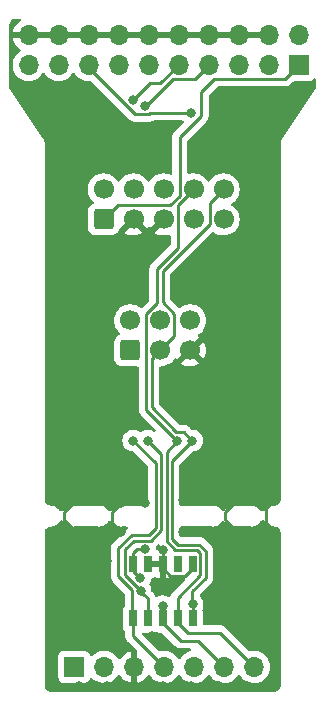
<source format=gbr>
G04 #@! TF.GenerationSoftware,KiCad,Pcbnew,5.99.0-unknown-c173ea14b~104~ubuntu20.04.1*
G04 #@! TF.CreationDate,2020-11-05T16:19:03+01:00*
G04 #@! TF.ProjectId,tc2050-arm2010,74633230-3530-42d6-9172-6d323031302e,rev?*
G04 #@! TF.SameCoordinates,Original*
G04 #@! TF.FileFunction,Copper,L2,Bot*
G04 #@! TF.FilePolarity,Positive*
%FSLAX46Y46*%
G04 Gerber Fmt 4.6, Leading zero omitted, Abs format (unit mm)*
G04 Created by KiCad (PCBNEW 5.99.0-unknown-c173ea14b~104~ubuntu20.04.1) date 2020-11-05 16:19:03*
%MOMM*%
%LPD*%
G01*
G04 APERTURE LIST*
G04 Aperture macros list*
%AMRoundRect*
0 Rectangle with rounded corners*
0 $1 Rounding radius*
0 $2 $3 $4 $5 $6 $7 $8 $9 X,Y pos of 4 corners*
0 Add a 4 corners polygon primitive as box body*
4,1,4,$2,$3,$4,$5,$6,$7,$8,$9,$2,$3,0*
0 Add four circle primitives for the rounded corners*
1,1,$1+$1,$2,$3,0*
1,1,$1+$1,$4,$5,0*
1,1,$1+$1,$6,$7,0*
1,1,$1+$1,$8,$9,0*
0 Add four rect primitives between the rounded corners*
20,1,$1+$1,$2,$3,$4,$5,0*
20,1,$1+$1,$4,$5,$6,$7,0*
20,1,$1+$1,$6,$7,$8,$9,0*
20,1,$1+$1,$8,$9,$2,$3,0*%
G04 Aperture macros list end*
G04 #@! TA.AperFunction,ComponentPad*
%ADD10R,1.700000X1.700000*%
G04 #@! TD*
G04 #@! TA.AperFunction,ComponentPad*
%ADD11O,1.700000X1.700000*%
G04 #@! TD*
G04 #@! TA.AperFunction,ComponentPad*
%ADD12RoundRect,0.250000X0.600000X-0.600000X0.600000X0.600000X-0.600000X0.600000X-0.600000X-0.600000X0*%
G04 #@! TD*
G04 #@! TA.AperFunction,ComponentPad*
%ADD13C,1.700000*%
G04 #@! TD*
G04 #@! TA.AperFunction,SMDPad,CuDef*
%ADD14R,0.660000X1.350000*%
G04 #@! TD*
G04 #@! TA.AperFunction,ViaPad*
%ADD15C,0.800000*%
G04 #@! TD*
G04 #@! TA.AperFunction,Conductor*
%ADD16C,0.250000*%
G04 #@! TD*
G04 APERTURE END LIST*
D10*
X189920000Y-70590000D03*
D11*
X189920000Y-68050000D03*
X187380000Y-70590000D03*
X187380000Y-68050000D03*
X184840000Y-70590000D03*
X184840000Y-68050000D03*
X182300000Y-70590000D03*
X182300000Y-68050000D03*
X179760000Y-70590000D03*
X179760000Y-68050000D03*
X177220000Y-70590000D03*
X177220000Y-68050000D03*
X174680000Y-70590000D03*
X174680000Y-68050000D03*
X172140000Y-70590000D03*
X172140000Y-68050000D03*
X169600000Y-70590000D03*
X169600000Y-68050000D03*
X167060000Y-70590000D03*
X167060000Y-68050000D03*
D12*
X173410000Y-83640000D03*
D13*
X173410000Y-81100000D03*
X175950000Y-83640000D03*
X175950000Y-81100000D03*
X178490000Y-83640000D03*
X178490000Y-81100000D03*
X181030000Y-83640000D03*
X181030000Y-81100000D03*
X183570000Y-83640000D03*
X183570000Y-81100000D03*
D12*
X175660000Y-94740000D03*
D13*
X175660000Y-92200000D03*
X178200000Y-94740000D03*
X178200000Y-92200000D03*
X180740000Y-94740000D03*
X180740000Y-92200000D03*
D14*
X175870000Y-112840000D03*
X175870000Y-117440000D03*
X177140000Y-112840000D03*
X177140000Y-117440000D03*
X178410000Y-112840000D03*
X178410000Y-117440000D03*
X179680000Y-112840000D03*
X179680000Y-117440000D03*
X180950000Y-112840000D03*
X180950000Y-117440000D03*
D10*
X170910000Y-121540000D03*
D11*
X173450000Y-121540000D03*
X175990000Y-121540000D03*
X178530000Y-121540000D03*
X181070000Y-121540000D03*
X183610000Y-121540000D03*
X186150000Y-121540000D03*
D15*
X180910000Y-102390000D03*
X180840011Y-74640000D03*
X180950000Y-116237001D03*
X179660000Y-102390000D03*
X178410000Y-116390000D03*
X176544999Y-115105001D03*
X175910000Y-73540000D03*
X177160000Y-102390000D03*
X175910000Y-102390000D03*
X176910000Y-74015000D03*
X187910000Y-123140000D03*
X186160000Y-72890000D03*
X187910000Y-89560000D03*
X173910000Y-101140000D03*
X182410000Y-102390000D03*
X187910000Y-120540000D03*
X187910000Y-112740000D03*
X168910000Y-79400000D03*
X176910000Y-107640000D03*
X185535000Y-123140000D03*
X187910000Y-97180000D03*
X185410000Y-107390000D03*
X181410000Y-79140000D03*
X168910000Y-102260000D03*
X168910000Y-87020000D03*
X181410000Y-77140000D03*
X183410000Y-72890000D03*
X187910000Y-79400000D03*
X177660000Y-86390000D03*
X174910000Y-96640000D03*
X171510000Y-116740000D03*
X171910000Y-107390000D03*
X173710000Y-112540000D03*
X183160000Y-110140000D03*
X173710000Y-114540000D03*
X182910000Y-74890000D03*
X187910000Y-99720000D03*
X178910000Y-98640000D03*
X175660000Y-85540000D03*
X187910000Y-104800000D03*
X173110000Y-73540000D03*
X187910000Y-110140000D03*
X177910000Y-79140000D03*
X187910000Y-107340000D03*
X172910000Y-89140000D03*
X187910000Y-76860000D03*
X187910000Y-94640000D03*
X168910000Y-99720000D03*
X189310000Y-74740000D03*
X171910000Y-110140000D03*
X183160000Y-123140000D03*
X174910000Y-107640000D03*
X180785000Y-123140000D03*
X174510000Y-105340000D03*
X174910000Y-110140000D03*
X168910000Y-89560000D03*
X169660000Y-72640000D03*
X183910000Y-79140000D03*
X178410000Y-123140000D03*
X180910000Y-90390000D03*
X187910000Y-117940000D03*
X180910000Y-87390000D03*
X185410000Y-107390000D03*
X182660000Y-85390000D03*
X168910000Y-120540000D03*
X184160000Y-76640000D03*
X183160000Y-107390000D03*
X168910000Y-84480000D03*
X168910000Y-107340000D03*
X176660000Y-75890000D03*
X168910000Y-112740000D03*
X171285000Y-123140000D03*
X168910000Y-81940000D03*
X182310000Y-117340000D03*
X168910000Y-104800000D03*
X180160000Y-107390000D03*
X187910000Y-115340000D03*
X182660000Y-92390000D03*
X168910000Y-94640000D03*
X187910000Y-81940000D03*
X168910000Y-123140000D03*
X167310000Y-74540000D03*
X172910000Y-93140000D03*
X187910000Y-87020000D03*
X177510000Y-118940000D03*
X172710000Y-119340000D03*
X168910000Y-110140000D03*
X187910000Y-84480000D03*
X168910000Y-117940000D03*
X168910000Y-76860000D03*
X180160000Y-110140000D03*
X177910000Y-114540000D03*
X165910000Y-72340000D03*
X168910000Y-97180000D03*
X175660000Y-90140000D03*
X178410000Y-111640000D03*
X173410000Y-79140000D03*
X187910000Y-92100000D03*
X190710000Y-72540000D03*
X185535000Y-110140000D03*
X183310000Y-112940000D03*
X172910000Y-85540000D03*
X176035000Y-123140000D03*
X168910000Y-92100000D03*
X168910000Y-115340000D03*
X173660000Y-123140000D03*
X174910000Y-103640000D03*
X187910000Y-102260000D03*
X182410000Y-98640000D03*
X176910000Y-111564998D03*
X176507652Y-114042348D03*
D16*
X177258001Y-74740001D02*
X176036999Y-74740001D01*
X172140000Y-70843002D02*
X172140000Y-70590000D01*
X177475009Y-99568599D02*
X179571409Y-101664999D01*
X180910000Y-116197001D02*
X180910000Y-115131991D01*
X180950000Y-117440000D02*
X180950000Y-116237001D01*
X182055010Y-113986981D02*
X182055010Y-111718598D01*
X179571409Y-101664999D02*
X180184999Y-101664999D01*
X179185031Y-110705619D02*
X179185031Y-104114969D01*
X179669402Y-111189990D02*
X179185031Y-110705619D01*
X178410000Y-87999002D02*
X182394999Y-84014003D01*
X179185031Y-104114969D02*
X180910000Y-102390000D01*
X177475009Y-95464991D02*
X177475009Y-99568599D01*
X178200000Y-94740000D02*
X179375001Y-93564999D01*
X182394999Y-84014003D02*
X182394999Y-82275001D01*
X181526402Y-111189990D02*
X179669402Y-111189990D01*
X180840011Y-74640000D02*
X177358002Y-74640000D01*
X176036998Y-74740000D02*
X172140000Y-70843002D01*
X180950000Y-116237001D02*
X180910000Y-116197001D01*
X177358002Y-74640000D02*
X177258001Y-74740001D01*
X178200000Y-94740000D02*
X177475009Y-95464991D01*
X179375001Y-91635999D02*
X178410000Y-90670998D01*
X180910000Y-115131991D02*
X182055010Y-113986981D01*
X182394999Y-82275001D02*
X183570000Y-81100000D01*
X180184999Y-101664999D02*
X180910000Y-102390000D01*
X176036999Y-74740001D02*
X172140000Y-70843002D01*
X178410000Y-90670998D02*
X178410000Y-87999002D01*
X179375001Y-93564999D02*
X179375001Y-91635999D01*
X182055010Y-111718598D02*
X181526402Y-111189990D01*
X183570000Y-83640000D02*
X183570000Y-83680000D01*
X179483002Y-111640000D02*
X178735021Y-110892019D01*
X180535000Y-118640000D02*
X183250000Y-118640000D01*
X178735021Y-110892019D02*
X178735021Y-103314979D01*
X179710000Y-86062592D02*
X179710000Y-82420000D01*
X183250000Y-118640000D02*
X186150000Y-121540000D01*
X181605001Y-113775001D02*
X181605001Y-111904999D01*
X181605001Y-111904999D02*
X181340002Y-111640000D01*
X177024999Y-91635999D02*
X177910000Y-90750998D01*
X177910000Y-90750998D02*
X177910000Y-87862592D01*
X179660000Y-102390000D02*
X177024999Y-99754999D01*
X179710000Y-82420000D02*
X181030000Y-81100000D01*
X178735021Y-103314979D02*
X179660000Y-102390000D01*
X179680000Y-117785000D02*
X180535000Y-118640000D01*
X177910000Y-87862592D02*
X179710000Y-86062592D01*
X179680000Y-117440000D02*
X179680000Y-115700002D01*
X179680000Y-117440000D02*
X179680000Y-117785000D01*
X179680000Y-115700002D02*
X181605001Y-113775001D01*
X177024999Y-99754999D02*
X177024999Y-91635999D01*
X181340002Y-111640000D02*
X179483002Y-111640000D01*
X178410000Y-117440000D02*
X178410000Y-117785000D01*
X178410000Y-117785000D02*
X179965000Y-119340000D01*
X178410000Y-116390000D02*
X178410000Y-117440000D01*
X179965000Y-119340000D02*
X181410000Y-119340000D01*
X181410000Y-119340000D02*
X183610000Y-121540000D01*
X176869999Y-115430001D02*
X176144999Y-114705001D01*
X177397415Y-110839997D02*
X178285011Y-109952401D01*
X175960003Y-110839997D02*
X177397415Y-110839997D01*
X176144999Y-114705001D02*
X175214999Y-113775001D01*
X175214999Y-111585001D02*
X175960003Y-110839997D01*
X175910000Y-73540000D02*
X177310000Y-72140000D01*
X178210000Y-72140000D02*
X179760000Y-70590000D01*
X177140000Y-117440000D02*
X177140000Y-115700002D01*
X177310000Y-72140000D02*
X178210000Y-72140000D01*
X178285011Y-109952401D02*
X178285011Y-103515011D01*
X175214999Y-113775001D02*
X175214999Y-111585001D01*
X176144999Y-114705001D02*
X176544999Y-115105001D01*
X177140000Y-115700002D02*
X176869999Y-115430001D01*
X178285011Y-103515011D02*
X177160000Y-102390000D01*
X176910000Y-74015000D02*
X177035000Y-74015000D01*
X178510000Y-121540000D02*
X178530000Y-121540000D01*
X177211015Y-110389987D02*
X177835001Y-109766001D01*
X179284999Y-71765001D02*
X181124999Y-71765001D01*
X177035000Y-74015000D02*
X179284999Y-71765001D01*
X175893002Y-118923002D02*
X178510000Y-121540000D01*
X175870000Y-117440000D02*
X175819998Y-117389998D01*
X174660000Y-113856412D02*
X174660000Y-111503590D01*
X177835001Y-104315001D02*
X175910000Y-102390000D01*
X175819998Y-117389998D02*
X175819998Y-115016410D01*
X175870000Y-117440000D02*
X175870000Y-118923002D01*
X175773603Y-110389987D02*
X177211015Y-110389987D01*
X175819998Y-115016410D02*
X174660000Y-113856412D01*
X181124999Y-71765001D02*
X182300000Y-70590000D01*
X175870000Y-118923002D02*
X175893002Y-118923002D01*
X177835001Y-109766001D02*
X177835001Y-104315001D01*
X178336998Y-121390000D02*
X178530000Y-121390000D01*
X174660000Y-111503590D02*
X175773603Y-110389987D01*
X178410000Y-112840000D02*
X178410000Y-113185000D01*
X178410000Y-113185000D02*
X179065001Y-113840001D01*
X180294999Y-113840001D02*
X180950000Y-113185000D01*
X171109315Y-110140000D02*
X171910000Y-110140000D01*
X171910000Y-107390000D02*
X171113389Y-107390000D01*
X179065001Y-113840001D02*
X180294999Y-113840001D01*
X171113389Y-107390000D02*
X170058465Y-108444924D01*
X187149351Y-108100649D02*
X187149351Y-109379351D01*
X174910000Y-107640000D02*
X174109311Y-108440689D01*
X183652620Y-109090009D02*
X184702611Y-110140000D01*
X185410000Y-107390000D02*
X184708937Y-107390000D01*
X174109311Y-108440689D02*
X174109311Y-109339311D01*
X178410000Y-111640000D02*
X178410000Y-112840000D01*
X183652620Y-108446317D02*
X183652620Y-109090009D01*
X174109311Y-109339311D02*
X174910000Y-110140000D01*
X187149351Y-109379351D02*
X187910000Y-110140000D01*
X170058465Y-108444924D02*
X170058465Y-109089150D01*
X184702611Y-110140000D02*
X185535000Y-110140000D01*
X170058465Y-109089150D02*
X171109315Y-110140000D01*
X184708937Y-107390000D02*
X183652620Y-108446317D01*
X180950000Y-113185000D02*
X180950000Y-112840000D01*
X187910000Y-107340000D02*
X187149351Y-108100649D01*
X173410000Y-83640000D02*
X174585001Y-82464999D01*
X176910000Y-111564998D02*
X176235002Y-111564998D01*
X174585001Y-82464999D02*
X179028591Y-82464999D01*
X175870000Y-113404696D02*
X176507652Y-114042348D01*
X179854999Y-81638591D02*
X179854999Y-76698014D01*
X181660000Y-72890000D02*
X182784999Y-71765001D01*
X175870000Y-112840000D02*
X175870000Y-113404696D01*
X175870000Y-111930000D02*
X175870000Y-112840000D01*
X188744999Y-71765001D02*
X189920000Y-70590000D01*
X181660000Y-74893013D02*
X181660000Y-72890000D01*
X179028591Y-82464999D02*
X179854999Y-81638591D01*
X179854999Y-76698014D02*
X181660000Y-74893013D01*
X182784999Y-71765001D02*
X188744999Y-71765001D01*
X176235002Y-111564998D02*
X175870000Y-111930000D01*
G04 #@! TA.AperFunction,Conductor*
G36*
X191371225Y-71741338D02*
G01*
X191402001Y-71823851D01*
X191402001Y-72448038D01*
X191380839Y-72517930D01*
X188510429Y-76823548D01*
X188500032Y-76837064D01*
X188481232Y-76858351D01*
X188477417Y-76866477D01*
X188451281Y-76922145D01*
X188450914Y-76922921D01*
X188420449Y-76986677D01*
X188420166Y-76988418D01*
X188419417Y-76990013D01*
X188418110Y-76998409D01*
X188408548Y-77059817D01*
X188408423Y-77060598D01*
X188397094Y-77130241D01*
X188401046Y-77162152D01*
X188402001Y-77177638D01*
X188402000Y-107306473D01*
X188400006Y-107328800D01*
X188398048Y-107339675D01*
X188397933Y-107344541D01*
X188396126Y-107420827D01*
X188393740Y-107442425D01*
X188378468Y-107519205D01*
X188371298Y-107542842D01*
X188344262Y-107608113D01*
X188332618Y-107629897D01*
X188293361Y-107688649D01*
X188277691Y-107707742D01*
X188227743Y-107757690D01*
X188208649Y-107773361D01*
X188149900Y-107812615D01*
X188128118Y-107824257D01*
X188062835Y-107851299D01*
X188039196Y-107858470D01*
X187962425Y-107873740D01*
X187940836Y-107876125D01*
X187934392Y-107876278D01*
X187930542Y-107876254D01*
X187927144Y-107875867D01*
X187922288Y-107876066D01*
X187922287Y-107876066D01*
X187917042Y-107876281D01*
X187894531Y-107877204D01*
X187892389Y-107877274D01*
X187876592Y-107877648D01*
X187858421Y-107876764D01*
X187848950Y-107875614D01*
X187848949Y-107875614D01*
X187840037Y-107874532D01*
X187831179Y-107875995D01*
X187831178Y-107875995D01*
X187804830Y-107880346D01*
X187799364Y-107881105D01*
X187795246Y-107881274D01*
X187790847Y-107882089D01*
X187790839Y-107882090D01*
X187763882Y-107887085D01*
X187761462Y-107887509D01*
X187731754Y-107892416D01*
X187731740Y-107892420D01*
X187726948Y-107893211D01*
X187723038Y-107894499D01*
X187717874Y-107895611D01*
X187704916Y-107898012D01*
X187685514Y-107901607D01*
X187677505Y-107905652D01*
X187677503Y-107905653D01*
X187664072Y-107912437D01*
X187646685Y-107919644D01*
X187615310Y-107929977D01*
X187599989Y-107933975D01*
X187590366Y-107935849D01*
X187569205Y-107939971D01*
X187561228Y-107944092D01*
X187561225Y-107944093D01*
X187508655Y-107971251D01*
X187506832Y-107972175D01*
X187445705Y-108002491D01*
X187435722Y-108011696D01*
X187419913Y-108026273D01*
X187408876Y-108035347D01*
X187372492Y-108061948D01*
X187359153Y-108070468D01*
X187331706Y-108085660D01*
X187283670Y-108134142D01*
X187282338Y-108135465D01*
X187233471Y-108183188D01*
X187216259Y-108213760D01*
X187208558Y-108225788D01*
X187182133Y-108262312D01*
X187172066Y-108274528D01*
X187150639Y-108297431D01*
X187150638Y-108297432D01*
X187148497Y-108295429D01*
X187104658Y-108330548D01*
X187056777Y-108340000D01*
X186764510Y-108340000D01*
X186671456Y-108298952D01*
X186651178Y-108276740D01*
X186642153Y-108265652D01*
X186615734Y-108229135D01*
X186607276Y-108215746D01*
X186606185Y-108213751D01*
X186592232Y-108188241D01*
X186577160Y-108173157D01*
X186544031Y-108140002D01*
X186542580Y-108138526D01*
X186495191Y-108089514D01*
X186487392Y-108085072D01*
X186487387Y-108085068D01*
X186464711Y-108072152D01*
X186452705Y-108064380D01*
X186416343Y-108037794D01*
X186404171Y-108027661D01*
X186387895Y-108012281D01*
X186387891Y-108012278D01*
X186381370Y-108006116D01*
X186320636Y-107975065D01*
X186318811Y-107974113D01*
X186316433Y-107972847D01*
X186268380Y-107947273D01*
X186266571Y-107946310D01*
X186266569Y-107946309D01*
X186258643Y-107942091D01*
X186224292Y-107934963D01*
X186210479Y-107931267D01*
X186179047Y-107920915D01*
X186160285Y-107913004D01*
X186159573Y-107912633D01*
X186142356Y-107903671D01*
X186133550Y-107901928D01*
X186133548Y-107901927D01*
X186107366Y-107896744D01*
X186101977Y-107895532D01*
X186098051Y-107894239D01*
X186093631Y-107893453D01*
X186093626Y-107893452D01*
X186066605Y-107888649D01*
X186064256Y-107888208D01*
X186029916Y-107881410D01*
X186025789Y-107881241D01*
X186020607Y-107880473D01*
X185988174Y-107874708D01*
X185979247Y-107875681D01*
X185979245Y-107875681D01*
X185964292Y-107877311D01*
X185945477Y-107877947D01*
X185922818Y-107877018D01*
X185898018Y-107876001D01*
X185845317Y-107881355D01*
X185832584Y-107882000D01*
X184489781Y-107882000D01*
X184474357Y-107881052D01*
X184469370Y-107880437D01*
X184433777Y-107876047D01*
X184428923Y-107876201D01*
X184428921Y-107876201D01*
X184418309Y-107876538D01*
X184386277Y-107877555D01*
X184366107Y-107876574D01*
X184345674Y-107873928D01*
X184336805Y-107875320D01*
X184336802Y-107875320D01*
X184310325Y-107879476D01*
X184305334Y-107880125D01*
X184301459Y-107880248D01*
X184297047Y-107881023D01*
X184297041Y-107881024D01*
X184269655Y-107885837D01*
X184267384Y-107886215D01*
X184254770Y-107888195D01*
X184232438Y-107891700D01*
X184228745Y-107892883D01*
X184224020Y-107893858D01*
X184202186Y-107897696D01*
X184191544Y-107899566D01*
X184169655Y-107910369D01*
X184152351Y-107917366D01*
X184119156Y-107928004D01*
X184104050Y-107931833D01*
X184081455Y-107936093D01*
X184081451Y-107936094D01*
X184072633Y-107937757D01*
X184060341Y-107944014D01*
X184012452Y-107968391D01*
X184010370Y-107969426D01*
X183957697Y-107995025D01*
X183957693Y-107995027D01*
X183949618Y-107998952D01*
X183934929Y-108012281D01*
X183923195Y-108022928D01*
X183912284Y-108031771D01*
X183903942Y-108037794D01*
X183874042Y-108059380D01*
X183860866Y-108067704D01*
X183832826Y-108083077D01*
X183785072Y-108130890D01*
X183783471Y-108132464D01*
X183741298Y-108173157D01*
X183741296Y-108173159D01*
X183734838Y-108179391D01*
X183730388Y-108187186D01*
X183730383Y-108187192D01*
X183717144Y-108210381D01*
X183709509Y-108222174D01*
X183681718Y-108260264D01*
X183671771Y-108272263D01*
X183664780Y-108279706D01*
X183649880Y-108295569D01*
X183648264Y-108294051D01*
X183602376Y-108330650D01*
X183554745Y-108340000D01*
X183512624Y-108340000D01*
X183419570Y-108298953D01*
X183399292Y-108276740D01*
X183390272Y-108265655D01*
X183387974Y-108262478D01*
X183363861Y-108229148D01*
X183355405Y-108215762D01*
X183344660Y-108196118D01*
X183344659Y-108196116D01*
X183340351Y-108188241D01*
X183325279Y-108173157D01*
X183292115Y-108139967D01*
X183290662Y-108138489D01*
X183289412Y-108137196D01*
X183243318Y-108089521D01*
X183235522Y-108085081D01*
X183235520Y-108085079D01*
X183212843Y-108072163D01*
X183200836Y-108064389D01*
X183164454Y-108037788D01*
X183152281Y-108027654D01*
X183136026Y-108012293D01*
X183129498Y-108006124D01*
X183079442Y-107980531D01*
X183068771Y-107975075D01*
X183066934Y-107974116D01*
X183014690Y-107946311D01*
X183014688Y-107946310D01*
X183006762Y-107942092D01*
X182997970Y-107940268D01*
X182997968Y-107940267D01*
X182972415Y-107934965D01*
X182958601Y-107931270D01*
X182927168Y-107920916D01*
X182908417Y-107913009D01*
X182890477Y-107903671D01*
X182855473Y-107896741D01*
X182850095Y-107895531D01*
X182846181Y-107894242D01*
X182841775Y-107893459D01*
X182841772Y-107893458D01*
X182814757Y-107888656D01*
X182812338Y-107888202D01*
X182782817Y-107882357D01*
X182782813Y-107882356D01*
X182778037Y-107881411D01*
X182773921Y-107881242D01*
X182768717Y-107880471D01*
X182763120Y-107879476D01*
X182736305Y-107874709D01*
X182727377Y-107875682D01*
X182727376Y-107875682D01*
X182712420Y-107877312D01*
X182693605Y-107877948D01*
X182670931Y-107877018D01*
X182646140Y-107876001D01*
X182593442Y-107881355D01*
X182593393Y-107881360D01*
X182580657Y-107882005D01*
X181433413Y-107882004D01*
X179988002Y-107882002D01*
X179971977Y-107880979D01*
X179960964Y-107879567D01*
X179937846Y-107876603D01*
X179937844Y-107876602D01*
X179934362Y-107876156D01*
X179934456Y-107875420D01*
X179871164Y-107853320D01*
X179827429Y-107797394D01*
X179818531Y-107750884D01*
X179818531Y-104429563D01*
X179855436Y-104340468D01*
X180860503Y-103335401D01*
X180949598Y-103298496D01*
X181005487Y-103298496D01*
X181011939Y-103297124D01*
X181011944Y-103297124D01*
X181098887Y-103278643D01*
X181192287Y-103258790D01*
X181198318Y-103256105D01*
X181360720Y-103183799D01*
X181360722Y-103183798D01*
X181366750Y-103181114D01*
X181372092Y-103177233D01*
X181515907Y-103072746D01*
X181515909Y-103072744D01*
X181521251Y-103068863D01*
X181649037Y-102926942D01*
X181744524Y-102761554D01*
X181803538Y-102579927D01*
X181823500Y-102390000D01*
X181803538Y-102200073D01*
X181744524Y-102018446D01*
X181649037Y-101853058D01*
X181573782Y-101769478D01*
X181525673Y-101716048D01*
X181525672Y-101716047D01*
X181521251Y-101711137D01*
X181515909Y-101707256D01*
X181515907Y-101707254D01*
X181372092Y-101602767D01*
X181372091Y-101602766D01*
X181366750Y-101598886D01*
X181360722Y-101596202D01*
X181360720Y-101596201D01*
X181198318Y-101523895D01*
X181198317Y-101523895D01*
X181192287Y-101521210D01*
X181098887Y-101501357D01*
X181011944Y-101482876D01*
X181011939Y-101482876D01*
X181005487Y-101481504D01*
X180949599Y-101481504D01*
X180860503Y-101444599D01*
X180688383Y-101272478D01*
X180681030Y-101264398D01*
X180676972Y-101258004D01*
X180628121Y-101212130D01*
X180625280Y-101209376D01*
X180604965Y-101189061D01*
X180601554Y-101186416D01*
X180592532Y-101178710D01*
X180566076Y-101153866D01*
X180560300Y-101148442D01*
X180553356Y-101144625D01*
X180553354Y-101144623D01*
X180542546Y-101138681D01*
X180526022Y-101127827D01*
X180516285Y-101120274D01*
X180516284Y-101120274D01*
X180510022Y-101115416D01*
X180502749Y-101112269D01*
X180502746Y-101112267D01*
X180482334Y-101103434D01*
X180469457Y-101097862D01*
X180458799Y-101092641D01*
X180426993Y-101075155D01*
X180426989Y-101075153D01*
X180420047Y-101071337D01*
X180412372Y-101069367D01*
X180412371Y-101069366D01*
X180400425Y-101066299D01*
X180381718Y-101059894D01*
X180370409Y-101055000D01*
X180370407Y-101055000D01*
X180363134Y-101051852D01*
X180355306Y-101050612D01*
X180355305Y-101050612D01*
X180319472Y-101044937D01*
X180307847Y-101042529D01*
X180270781Y-101033012D01*
X180270779Y-101033012D01*
X180265024Y-101031534D01*
X180264468Y-101031499D01*
X180244545Y-101031499D01*
X180224836Y-101029948D01*
X180205054Y-101026815D01*
X180197162Y-101027561D01*
X180161417Y-101030940D01*
X180149559Y-101031499D01*
X179886003Y-101031499D01*
X179796908Y-100994594D01*
X178145414Y-99343100D01*
X178108509Y-99254005D01*
X178108509Y-96228166D01*
X178128511Y-96160045D01*
X178182167Y-96113552D01*
X178230987Y-96102215D01*
X178232728Y-96102166D01*
X178238057Y-96102469D01*
X178243364Y-96101869D01*
X178243366Y-96101869D01*
X178368979Y-96087668D01*
X178467075Y-96076578D01*
X178472190Y-96075097D01*
X178472194Y-96075096D01*
X178683333Y-96013954D01*
X178683338Y-96013952D01*
X178688456Y-96012470D01*
X178895870Y-95911979D01*
X178966420Y-95861563D01*
X179982574Y-95861563D01*
X179993119Y-95874561D01*
X180106122Y-95946136D01*
X180115567Y-95951053D01*
X180318406Y-96035694D01*
X180328545Y-96038950D01*
X180542748Y-96088205D01*
X180553284Y-96089705D01*
X180772723Y-96102166D01*
X180783366Y-96101869D01*
X181001775Y-96077177D01*
X181012194Y-96075096D01*
X181223333Y-96013954D01*
X181233259Y-96010143D01*
X181431068Y-95914305D01*
X181440213Y-95908876D01*
X181489308Y-95873792D01*
X181497712Y-95863068D01*
X181490732Y-95849942D01*
X180752812Y-95112022D01*
X180738868Y-95104408D01*
X180737035Y-95104539D01*
X180730420Y-95108790D01*
X179988501Y-95850709D01*
X179982574Y-95861563D01*
X178966420Y-95861563D01*
X179004350Y-95834458D01*
X179079041Y-95781083D01*
X179079043Y-95781081D01*
X179083387Y-95777977D01*
X179245646Y-95614296D01*
X179367687Y-95440327D01*
X179423183Y-95396047D01*
X179493809Y-95388800D01*
X179557141Y-95420886D01*
X179581516Y-95452469D01*
X179599554Y-95485622D01*
X179604016Y-95492388D01*
X179615323Y-95500419D01*
X179626859Y-95493931D01*
X180379658Y-94741132D01*
X181104408Y-94741132D01*
X181104539Y-94742965D01*
X181108790Y-94749580D01*
X181850286Y-95491076D01*
X181862078Y-95497515D01*
X181874072Y-95488245D01*
X181914940Y-95429987D01*
X181920295Y-95420787D01*
X182014399Y-95222156D01*
X182018123Y-95212197D01*
X182077417Y-95000543D01*
X182079412Y-94990087D01*
X182102442Y-94769116D01*
X182102777Y-94763200D01*
X182102972Y-94742963D01*
X182102750Y-94737051D01*
X182083965Y-94515669D01*
X182082173Y-94505181D01*
X182026952Y-94292427D01*
X182023420Y-94282399D01*
X181933147Y-94081998D01*
X181927967Y-94072692D01*
X181873124Y-93991231D01*
X181863117Y-93982927D01*
X181849056Y-93990154D01*
X181112022Y-94727188D01*
X181104408Y-94741132D01*
X180379658Y-94741132D01*
X181491846Y-93628944D01*
X181498576Y-93616619D01*
X181490049Y-93605262D01*
X181462521Y-93584780D01*
X181449526Y-93576723D01*
X181402172Y-93523826D01*
X181390933Y-93453724D01*
X181442665Y-93367123D01*
X181623387Y-93237977D01*
X181785646Y-93074296D01*
X181918007Y-92885616D01*
X182016684Y-92677333D01*
X182078858Y-92455401D01*
X182102749Y-92226166D01*
X182103000Y-92200000D01*
X182083514Y-91970349D01*
X182025612Y-91747264D01*
X181930952Y-91537125D01*
X181802238Y-91345939D01*
X181643151Y-91179173D01*
X181458241Y-91041596D01*
X181453490Y-91039180D01*
X181453486Y-91039178D01*
X181257550Y-90939559D01*
X181257549Y-90939559D01*
X181252794Y-90937141D01*
X181032684Y-90868796D01*
X181012483Y-90866118D01*
X180809489Y-90839213D01*
X180809486Y-90839213D01*
X180804206Y-90838513D01*
X180798877Y-90838713D01*
X180798876Y-90838713D01*
X180704860Y-90842243D01*
X180573892Y-90847160D01*
X180489521Y-90864863D01*
X180353555Y-90893391D01*
X180353552Y-90893392D01*
X180348328Y-90894488D01*
X180244329Y-90935559D01*
X180138932Y-90977182D01*
X180138929Y-90977183D01*
X180133962Y-90979145D01*
X180129396Y-90981916D01*
X179941486Y-91095942D01*
X179941483Y-91095944D01*
X179936925Y-91098710D01*
X179923734Y-91110157D01*
X179916740Y-91116226D01*
X179852180Y-91145766D01*
X179781899Y-91135714D01*
X179745063Y-91110157D01*
X179080405Y-90445499D01*
X179043500Y-90356404D01*
X179043500Y-88313596D01*
X179080405Y-88224501D01*
X182573766Y-84731141D01*
X182636078Y-84697115D01*
X182706894Y-84702180D01*
X182739040Y-84719872D01*
X182741960Y-84722088D01*
X182745931Y-84725670D01*
X182940637Y-84848996D01*
X183153337Y-84937752D01*
X183158540Y-84938949D01*
X183158545Y-84938950D01*
X183276791Y-84966140D01*
X183377952Y-84989402D01*
X183383282Y-84989705D01*
X183383284Y-84989705D01*
X183533385Y-84998229D01*
X183608057Y-85002469D01*
X183613364Y-85001869D01*
X183613366Y-85001869D01*
X183734229Y-84988205D01*
X183837075Y-84976578D01*
X183842190Y-84975097D01*
X183842194Y-84975096D01*
X184053333Y-84913954D01*
X184053338Y-84913952D01*
X184058456Y-84912470D01*
X184265870Y-84811979D01*
X184374350Y-84734458D01*
X184449041Y-84681083D01*
X184449043Y-84681081D01*
X184453387Y-84677977D01*
X184615646Y-84514296D01*
X184748007Y-84325616D01*
X184846684Y-84117333D01*
X184908858Y-83895401D01*
X184932749Y-83666166D01*
X184933000Y-83640000D01*
X184930728Y-83613217D01*
X184913965Y-83415669D01*
X184913514Y-83410349D01*
X184855612Y-83187264D01*
X184760952Y-82977125D01*
X184632238Y-82785939D01*
X184473151Y-82619173D01*
X184288241Y-82481596D01*
X184283486Y-82479178D01*
X184279523Y-82476721D01*
X184232170Y-82423823D01*
X184220933Y-82353721D01*
X184272665Y-82267123D01*
X184453387Y-82137977D01*
X184615646Y-81974296D01*
X184748007Y-81785616D01*
X184846684Y-81577333D01*
X184908858Y-81355401D01*
X184932749Y-81126166D01*
X184933000Y-81100000D01*
X184913514Y-80870349D01*
X184855612Y-80647264D01*
X184760952Y-80437125D01*
X184632238Y-80245939D01*
X184473151Y-80079173D01*
X184288241Y-79941596D01*
X184283490Y-79939180D01*
X184283486Y-79939178D01*
X184087550Y-79839559D01*
X184087549Y-79839559D01*
X184082794Y-79837141D01*
X183862684Y-79768796D01*
X183842483Y-79766118D01*
X183639489Y-79739213D01*
X183639486Y-79739213D01*
X183634206Y-79738513D01*
X183628877Y-79738713D01*
X183628876Y-79738713D01*
X183534860Y-79742243D01*
X183403892Y-79747160D01*
X183319521Y-79764863D01*
X183183555Y-79793391D01*
X183183552Y-79793392D01*
X183178328Y-79794488D01*
X183136403Y-79811045D01*
X182968932Y-79877182D01*
X182968929Y-79877183D01*
X182963962Y-79879145D01*
X182959396Y-79881916D01*
X182771486Y-79995942D01*
X182771483Y-79995944D01*
X182766925Y-79998710D01*
X182762897Y-80002205D01*
X182762896Y-80002206D01*
X182674200Y-80079173D01*
X182592851Y-80149764D01*
X182589464Y-80153895D01*
X182450100Y-80323860D01*
X182450096Y-80323866D01*
X182446716Y-80327988D01*
X182410152Y-80392222D01*
X182359069Y-80441528D01*
X182289439Y-80455389D01*
X182223368Y-80429405D01*
X182196130Y-80400256D01*
X182092238Y-80245939D01*
X181933151Y-80079173D01*
X181748241Y-79941596D01*
X181743490Y-79939180D01*
X181743486Y-79939178D01*
X181547550Y-79839559D01*
X181547549Y-79839559D01*
X181542794Y-79837141D01*
X181322684Y-79768796D01*
X181302483Y-79766118D01*
X181099489Y-79739213D01*
X181099486Y-79739213D01*
X181094206Y-79738513D01*
X181088877Y-79738713D01*
X181088876Y-79738713D01*
X180994860Y-79742243D01*
X180863892Y-79747160D01*
X180640373Y-79794059D01*
X180569597Y-79788472D01*
X180513076Y-79745507D01*
X180488499Y-79670744D01*
X180488499Y-77012608D01*
X180525404Y-76923513D01*
X182052527Y-75396391D01*
X182060606Y-75389040D01*
X182066994Y-75384986D01*
X182112844Y-75336161D01*
X182115599Y-75333319D01*
X182135938Y-75312980D01*
X182138588Y-75309564D01*
X182146298Y-75300536D01*
X182152904Y-75293502D01*
X182176557Y-75268314D01*
X182180374Y-75261370D01*
X182180378Y-75261365D01*
X182186316Y-75250563D01*
X182197172Y-75234036D01*
X182204724Y-75224300D01*
X182209583Y-75218036D01*
X182227142Y-75177461D01*
X182232357Y-75166815D01*
X182253662Y-75128061D01*
X182258702Y-75108432D01*
X182265101Y-75089742D01*
X182273147Y-75071149D01*
X182280063Y-75027485D01*
X182282470Y-75015864D01*
X182291987Y-74978795D01*
X182291987Y-74978794D01*
X182293465Y-74973038D01*
X182293500Y-74972482D01*
X182293500Y-74952560D01*
X182295051Y-74932849D01*
X182296944Y-74920897D01*
X182298184Y-74913069D01*
X182294059Y-74869430D01*
X182293500Y-74857573D01*
X182293500Y-73204595D01*
X182330405Y-73115499D01*
X183010500Y-72435405D01*
X183099595Y-72398501D01*
X188666616Y-72398501D01*
X188677520Y-72399015D01*
X188684911Y-72400667D01*
X188692836Y-72400418D01*
X188692837Y-72400418D01*
X188751852Y-72398563D01*
X188755810Y-72398501D01*
X188784577Y-72398501D01*
X188788501Y-72398005D01*
X188788503Y-72398005D01*
X188788851Y-72397961D01*
X188800697Y-72397028D01*
X188844882Y-72395639D01*
X188864338Y-72389987D01*
X188883678Y-72385982D01*
X188903787Y-72383441D01*
X188911157Y-72380523D01*
X188911161Y-72380522D01*
X188944899Y-72367164D01*
X188956129Y-72363319D01*
X188990967Y-72353198D01*
X188990968Y-72353198D01*
X188998577Y-72350987D01*
X189016011Y-72340677D01*
X189033763Y-72331981D01*
X189045224Y-72327443D01*
X189045223Y-72327443D01*
X189052599Y-72324523D01*
X189088374Y-72298531D01*
X189098293Y-72292015D01*
X189136340Y-72269514D01*
X189136758Y-72269146D01*
X189150841Y-72255063D01*
X189165866Y-72242229D01*
X189182082Y-72230447D01*
X189210029Y-72196665D01*
X189218018Y-72187886D01*
X189415999Y-71989905D01*
X189505094Y-71953000D01*
X190770000Y-71953000D01*
X190983108Y-71906641D01*
X191105944Y-71827700D01*
X191133295Y-71796136D01*
X191180776Y-71741339D01*
X191240503Y-71702955D01*
X191311499Y-71702955D01*
X191371225Y-71741338D01*
G37*
G04 #@! TD.AperFunction*
G04 #@! TA.AperFunction,Conductor*
G36*
X166370079Y-66668002D02*
G01*
X166416572Y-66721658D01*
X166426676Y-66791932D01*
X166397182Y-66856512D01*
X166367323Y-66881719D01*
X166261486Y-66945942D01*
X166252896Y-66952206D01*
X166086884Y-67096264D01*
X166079464Y-67103895D01*
X165940100Y-67273860D01*
X165934075Y-67282627D01*
X165825342Y-67473644D01*
X165820877Y-67483308D01*
X165745882Y-67689916D01*
X165743111Y-67700184D01*
X165729008Y-67778174D01*
X165730427Y-67791414D01*
X165745062Y-67796000D01*
X166805998Y-67796001D01*
X166806004Y-67796000D01*
X168201997Y-67796001D01*
X168202003Y-67796000D01*
X169345998Y-67796001D01*
X169346004Y-67796000D01*
X170741997Y-67796001D01*
X170742003Y-67796000D01*
X171885998Y-67796001D01*
X171886004Y-67796000D01*
X173281997Y-67796001D01*
X173282003Y-67796000D01*
X174425998Y-67796001D01*
X174426004Y-67796000D01*
X175821997Y-67796001D01*
X175822003Y-67796000D01*
X176965998Y-67796001D01*
X176966004Y-67796000D01*
X178361997Y-67796001D01*
X178362003Y-67796000D01*
X179505998Y-67796001D01*
X179506004Y-67796000D01*
X180901997Y-67796001D01*
X180902003Y-67796000D01*
X182045998Y-67796001D01*
X182046004Y-67796000D01*
X183441997Y-67796001D01*
X183442003Y-67796000D01*
X184585998Y-67796001D01*
X184586004Y-67796000D01*
X185981997Y-67796001D01*
X185982003Y-67796000D01*
X187508000Y-67796001D01*
X187576121Y-67816003D01*
X187622614Y-67869659D01*
X187634000Y-67922001D01*
X187633999Y-68178000D01*
X187613997Y-68246121D01*
X187560341Y-68292614D01*
X187507999Y-68304000D01*
X186238003Y-68303999D01*
X186237997Y-68304000D01*
X185094002Y-68303999D01*
X185093996Y-68304000D01*
X183698003Y-68303999D01*
X183697997Y-68304000D01*
X182554002Y-68303999D01*
X182553996Y-68304000D01*
X181158003Y-68303999D01*
X181157997Y-68304000D01*
X180014002Y-68303999D01*
X180013996Y-68304000D01*
X178618003Y-68303999D01*
X178617997Y-68304000D01*
X177474002Y-68303999D01*
X177473996Y-68304000D01*
X176078003Y-68303999D01*
X176077997Y-68304000D01*
X174934002Y-68303999D01*
X174933996Y-68304000D01*
X173538003Y-68303999D01*
X173537997Y-68304000D01*
X172394002Y-68303999D01*
X172393996Y-68304000D01*
X170998003Y-68303999D01*
X170997997Y-68304000D01*
X169854002Y-68303999D01*
X169853996Y-68304000D01*
X168458003Y-68303999D01*
X168457997Y-68304000D01*
X167314002Y-68303999D01*
X167313996Y-68304000D01*
X165743403Y-68303999D01*
X165730222Y-68307869D01*
X165728255Y-68322422D01*
X165736638Y-68374471D01*
X165739212Y-68384793D01*
X165810230Y-68592810D01*
X165814497Y-68602533D01*
X165919556Y-68795625D01*
X165925402Y-68804491D01*
X166061486Y-68977113D01*
X166068750Y-68984875D01*
X166231967Y-69132094D01*
X166240444Y-69138528D01*
X166359188Y-69213740D01*
X166406033Y-69267088D01*
X166416600Y-69337294D01*
X166387533Y-69402067D01*
X166357132Y-69427903D01*
X166261486Y-69485942D01*
X166261483Y-69485944D01*
X166256925Y-69488710D01*
X166252897Y-69492205D01*
X166252896Y-69492206D01*
X166164200Y-69569173D01*
X166082851Y-69639764D01*
X166079464Y-69643895D01*
X165940100Y-69813860D01*
X165940096Y-69813866D01*
X165936716Y-69817988D01*
X165934078Y-69822622D01*
X165934075Y-69822627D01*
X165872085Y-69931528D01*
X165822699Y-70018287D01*
X165744061Y-70234932D01*
X165703049Y-70461730D01*
X165700837Y-70692196D01*
X165737487Y-70919740D01*
X165811952Y-71137855D01*
X165922102Y-71340305D01*
X165925402Y-71344491D01*
X166061486Y-71517113D01*
X166061490Y-71517117D01*
X166064789Y-71521302D01*
X166235931Y-71675670D01*
X166430637Y-71798996D01*
X166643337Y-71887752D01*
X166648540Y-71888949D01*
X166648545Y-71888950D01*
X166725481Y-71906641D01*
X166867952Y-71939402D01*
X166873282Y-71939705D01*
X166873284Y-71939705D01*
X167023385Y-71948229D01*
X167098057Y-71952469D01*
X167103364Y-71951869D01*
X167103366Y-71951869D01*
X167255736Y-71934643D01*
X167327075Y-71926578D01*
X167332190Y-71925097D01*
X167332194Y-71925096D01*
X167543333Y-71863954D01*
X167543338Y-71863952D01*
X167548456Y-71862470D01*
X167620222Y-71827700D01*
X167751065Y-71764307D01*
X167755870Y-71761979D01*
X167872648Y-71678528D01*
X167939041Y-71631083D01*
X167939043Y-71631081D01*
X167943387Y-71627977D01*
X168105646Y-71464296D01*
X168227687Y-71290327D01*
X168283183Y-71246047D01*
X168353809Y-71238800D01*
X168417141Y-71270886D01*
X168441516Y-71302469D01*
X168462102Y-71340305D01*
X168465402Y-71344491D01*
X168601486Y-71517113D01*
X168601490Y-71517117D01*
X168604789Y-71521302D01*
X168775931Y-71675670D01*
X168970637Y-71798996D01*
X169183337Y-71887752D01*
X169188540Y-71888949D01*
X169188545Y-71888950D01*
X169265481Y-71906641D01*
X169407952Y-71939402D01*
X169413282Y-71939705D01*
X169413284Y-71939705D01*
X169563385Y-71948229D01*
X169638057Y-71952469D01*
X169643364Y-71951869D01*
X169643366Y-71951869D01*
X169795736Y-71934643D01*
X169867075Y-71926578D01*
X169872190Y-71925097D01*
X169872194Y-71925096D01*
X170083333Y-71863954D01*
X170083338Y-71863952D01*
X170088456Y-71862470D01*
X170160222Y-71827700D01*
X170291065Y-71764307D01*
X170295870Y-71761979D01*
X170412648Y-71678528D01*
X170479041Y-71631083D01*
X170479043Y-71631081D01*
X170483387Y-71627977D01*
X170645646Y-71464296D01*
X170767687Y-71290327D01*
X170823183Y-71246047D01*
X170893809Y-71238800D01*
X170957141Y-71270886D01*
X170981516Y-71302469D01*
X171002102Y-71340305D01*
X171005402Y-71344491D01*
X171141486Y-71517113D01*
X171141490Y-71517117D01*
X171144789Y-71521302D01*
X171315931Y-71675670D01*
X171510637Y-71798996D01*
X171723337Y-71887752D01*
X171728540Y-71888949D01*
X171728545Y-71888950D01*
X171805481Y-71906641D01*
X171947952Y-71939402D01*
X171953282Y-71939705D01*
X171953284Y-71939705D01*
X172103385Y-71948229D01*
X172178057Y-71952469D01*
X172275417Y-71941462D01*
X172345352Y-71953686D01*
X172378664Y-71977570D01*
X175533617Y-75132524D01*
X175540968Y-75140602D01*
X175545026Y-75146996D01*
X175550805Y-75152423D01*
X175550806Y-75152424D01*
X175593861Y-75192855D01*
X175596703Y-75195610D01*
X175617032Y-75215939D01*
X175620452Y-75218591D01*
X175629475Y-75226298D01*
X175661698Y-75256558D01*
X175668642Y-75260375D01*
X175668647Y-75260379D01*
X175679449Y-75266317D01*
X175695976Y-75277173D01*
X175711976Y-75289584D01*
X175719250Y-75292732D01*
X175719252Y-75292733D01*
X175752551Y-75307143D01*
X175763197Y-75312358D01*
X175801951Y-75333663D01*
X175821580Y-75338703D01*
X175840270Y-75345102D01*
X175858863Y-75353148D01*
X175888070Y-75357774D01*
X175902527Y-75360064D01*
X175914148Y-75362471D01*
X175951217Y-75371988D01*
X175956974Y-75373466D01*
X175957530Y-75373501D01*
X175977452Y-75373501D01*
X175997161Y-75375052D01*
X176016943Y-75378185D01*
X176024835Y-75377439D01*
X176060581Y-75374060D01*
X176072439Y-75373501D01*
X177179618Y-75373501D01*
X177190522Y-75374015D01*
X177197913Y-75375667D01*
X177205838Y-75375418D01*
X177205839Y-75375418D01*
X177264854Y-75373563D01*
X177268812Y-75373501D01*
X177297579Y-75373501D01*
X177301503Y-75373005D01*
X177301505Y-75373005D01*
X177301853Y-75372961D01*
X177313699Y-75372028D01*
X177357884Y-75370639D01*
X177377340Y-75364987D01*
X177396680Y-75360982D01*
X177416789Y-75358441D01*
X177424159Y-75355523D01*
X177424163Y-75355522D01*
X177457901Y-75342164D01*
X177469131Y-75338319D01*
X177503969Y-75328198D01*
X177503970Y-75328198D01*
X177511579Y-75325987D01*
X177529013Y-75315677D01*
X177546765Y-75306981D01*
X177565601Y-75299523D01*
X177572014Y-75294863D01*
X177578964Y-75291043D01*
X177580390Y-75293637D01*
X177642359Y-75273500D01*
X180079417Y-75273500D01*
X180147538Y-75293502D01*
X180194031Y-75347158D01*
X180204135Y-75417432D01*
X180168513Y-75488595D01*
X179462473Y-76194636D01*
X179454394Y-76201986D01*
X179448005Y-76206041D01*
X179442582Y-76211816D01*
X179402147Y-76254875D01*
X179399392Y-76257717D01*
X179379061Y-76278048D01*
X179376627Y-76281185D01*
X179376625Y-76281188D01*
X179376402Y-76281475D01*
X179368706Y-76290485D01*
X179345250Y-76315464D01*
X179338443Y-76322713D01*
X179334627Y-76329654D01*
X179334625Y-76329657D01*
X179328687Y-76340459D01*
X179317833Y-76356982D01*
X179310277Y-76366724D01*
X179305416Y-76372991D01*
X179302268Y-76380266D01*
X179287858Y-76413565D01*
X179282636Y-76424225D01*
X179261338Y-76462966D01*
X179256300Y-76482586D01*
X179249901Y-76501278D01*
X179241852Y-76519879D01*
X179240612Y-76527706D01*
X179240612Y-76527707D01*
X179234936Y-76563545D01*
X179232529Y-76575168D01*
X179221535Y-76617989D01*
X179221500Y-76618545D01*
X179221500Y-76638461D01*
X179219949Y-76658171D01*
X179216815Y-76677959D01*
X179217561Y-76685851D01*
X179220941Y-76721607D01*
X179221500Y-76733465D01*
X179221499Y-79742924D01*
X179201497Y-79811045D01*
X179147841Y-79857538D01*
X179077567Y-79867641D01*
X179038394Y-79855241D01*
X179007550Y-79839559D01*
X179007549Y-79839559D01*
X179002794Y-79837141D01*
X178782684Y-79768796D01*
X178762483Y-79766118D01*
X178559489Y-79739213D01*
X178559486Y-79739213D01*
X178554206Y-79738513D01*
X178548877Y-79738713D01*
X178548876Y-79738713D01*
X178454860Y-79742243D01*
X178323892Y-79747160D01*
X178239521Y-79764863D01*
X178103555Y-79793391D01*
X178103552Y-79793392D01*
X178098328Y-79794488D01*
X178056403Y-79811045D01*
X177888932Y-79877182D01*
X177888929Y-79877183D01*
X177883962Y-79879145D01*
X177879396Y-79881916D01*
X177691486Y-79995942D01*
X177691483Y-79995944D01*
X177686925Y-79998710D01*
X177682897Y-80002205D01*
X177682896Y-80002206D01*
X177594200Y-80079173D01*
X177512851Y-80149764D01*
X177509464Y-80153895D01*
X177370100Y-80323860D01*
X177370096Y-80323866D01*
X177366716Y-80327988D01*
X177330152Y-80392222D01*
X177279069Y-80441528D01*
X177209439Y-80455389D01*
X177143368Y-80429405D01*
X177116130Y-80400256D01*
X177012238Y-80245939D01*
X176853151Y-80079173D01*
X176668241Y-79941596D01*
X176663490Y-79939180D01*
X176663486Y-79939178D01*
X176467550Y-79839559D01*
X176467549Y-79839559D01*
X176462794Y-79837141D01*
X176242684Y-79768796D01*
X176222483Y-79766118D01*
X176019489Y-79739213D01*
X176019486Y-79739213D01*
X176014206Y-79738513D01*
X176008877Y-79738713D01*
X176008876Y-79738713D01*
X175914860Y-79742243D01*
X175783892Y-79747160D01*
X175699521Y-79764863D01*
X175563555Y-79793391D01*
X175563552Y-79793392D01*
X175558328Y-79794488D01*
X175516403Y-79811045D01*
X175348932Y-79877182D01*
X175348929Y-79877183D01*
X175343962Y-79879145D01*
X175339396Y-79881916D01*
X175151486Y-79995942D01*
X175151483Y-79995944D01*
X175146925Y-79998710D01*
X175142897Y-80002205D01*
X175142896Y-80002206D01*
X175054200Y-80079173D01*
X174972851Y-80149764D01*
X174969464Y-80153895D01*
X174830100Y-80323860D01*
X174830096Y-80323866D01*
X174826716Y-80327988D01*
X174790152Y-80392222D01*
X174739069Y-80441528D01*
X174669439Y-80455389D01*
X174603368Y-80429405D01*
X174576130Y-80400256D01*
X174472238Y-80245939D01*
X174313151Y-80079173D01*
X174128241Y-79941596D01*
X174123490Y-79939180D01*
X174123486Y-79939178D01*
X173927550Y-79839559D01*
X173927549Y-79839559D01*
X173922794Y-79837141D01*
X173702684Y-79768796D01*
X173682483Y-79766118D01*
X173479489Y-79739213D01*
X173479486Y-79739213D01*
X173474206Y-79738513D01*
X173468877Y-79738713D01*
X173468876Y-79738713D01*
X173374860Y-79742243D01*
X173243892Y-79747160D01*
X173159521Y-79764863D01*
X173023555Y-79793391D01*
X173023552Y-79793392D01*
X173018328Y-79794488D01*
X172976403Y-79811045D01*
X172808932Y-79877182D01*
X172808929Y-79877183D01*
X172803962Y-79879145D01*
X172799396Y-79881916D01*
X172611486Y-79995942D01*
X172611483Y-79995944D01*
X172606925Y-79998710D01*
X172602897Y-80002205D01*
X172602896Y-80002206D01*
X172514200Y-80079173D01*
X172432851Y-80149764D01*
X172429464Y-80153895D01*
X172290100Y-80323860D01*
X172290096Y-80323866D01*
X172286716Y-80327988D01*
X172284078Y-80332622D01*
X172284075Y-80332627D01*
X172222085Y-80441528D01*
X172172699Y-80528287D01*
X172094061Y-80744932D01*
X172053049Y-80971730D01*
X172050837Y-81202196D01*
X172051686Y-81207466D01*
X172051686Y-81207468D01*
X172076342Y-81360543D01*
X172087487Y-81429740D01*
X172161952Y-81647855D01*
X172272102Y-81850305D01*
X172275402Y-81854491D01*
X172411486Y-82027113D01*
X172411490Y-82027117D01*
X172414789Y-82031302D01*
X172532524Y-82137497D01*
X172569710Y-82197975D01*
X172568296Y-82268957D01*
X172528731Y-82327907D01*
X172491123Y-82349498D01*
X172468361Y-82357760D01*
X172320574Y-82454653D01*
X172199042Y-82582945D01*
X172110283Y-82735754D01*
X172059059Y-82904884D01*
X172058485Y-82911320D01*
X172058484Y-82911323D01*
X172047249Y-83037207D01*
X172047000Y-83040000D01*
X172047000Y-84239999D01*
X172047424Y-84243633D01*
X172047424Y-84243638D01*
X172066617Y-84408254D01*
X172067465Y-84415527D01*
X172127760Y-84581639D01*
X172224653Y-84729426D01*
X172352945Y-84850958D01*
X172505754Y-84939717D01*
X172674884Y-84990941D01*
X172681320Y-84991515D01*
X172681323Y-84991516D01*
X172807207Y-85002751D01*
X172807213Y-85002751D01*
X172810000Y-85003000D01*
X174009999Y-85003000D01*
X174013633Y-85002576D01*
X174013638Y-85002576D01*
X174178254Y-84983383D01*
X174185527Y-84982535D01*
X174200288Y-84977177D01*
X174344760Y-84924737D01*
X174344761Y-84924737D01*
X174351639Y-84922240D01*
X174499426Y-84825347D01*
X174559849Y-84761563D01*
X175192574Y-84761563D01*
X175203119Y-84774561D01*
X175316122Y-84846136D01*
X175325567Y-84851053D01*
X175528406Y-84935694D01*
X175538545Y-84938950D01*
X175752748Y-84988205D01*
X175763284Y-84989705D01*
X175982723Y-85002166D01*
X175993366Y-85001869D01*
X176211775Y-84977177D01*
X176222194Y-84975096D01*
X176433333Y-84913954D01*
X176443259Y-84910143D01*
X176641068Y-84814305D01*
X176650213Y-84808876D01*
X176699308Y-84773792D01*
X176707712Y-84763068D01*
X176700732Y-84749942D01*
X175962812Y-84012022D01*
X175948868Y-84004408D01*
X175947035Y-84004539D01*
X175940420Y-84008790D01*
X175198501Y-84750709D01*
X175192574Y-84761563D01*
X174559849Y-84761563D01*
X174620958Y-84697055D01*
X174709717Y-84544246D01*
X174711836Y-84537248D01*
X174711840Y-84537240D01*
X174725638Y-84491682D01*
X174764527Y-84432284D01*
X174794534Y-84422020D01*
X174792703Y-84418764D01*
X174836859Y-84393931D01*
X175860905Y-83369885D01*
X175923217Y-83335859D01*
X175994032Y-83340924D01*
X176039095Y-83369885D01*
X177060286Y-84391076D01*
X177072078Y-84397515D01*
X177084072Y-84388245D01*
X177117687Y-84340327D01*
X177173183Y-84296047D01*
X177243809Y-84288800D01*
X177307141Y-84320886D01*
X177331516Y-84352469D01*
X177349554Y-84385622D01*
X177354016Y-84392388D01*
X177365323Y-84400419D01*
X177376859Y-84393931D01*
X178400905Y-83369885D01*
X178463217Y-83335859D01*
X178534032Y-83340924D01*
X178579095Y-83369885D01*
X178760115Y-83550905D01*
X178794141Y-83613217D01*
X178789076Y-83684032D01*
X178760115Y-83729095D01*
X177738501Y-84750709D01*
X177732574Y-84761563D01*
X177743119Y-84774561D01*
X177856122Y-84846136D01*
X177865567Y-84851053D01*
X178068406Y-84935694D01*
X178078545Y-84938950D01*
X178292748Y-84988205D01*
X178303284Y-84989705D01*
X178522723Y-85002166D01*
X178533366Y-85001869D01*
X178751775Y-84977177D01*
X178762194Y-84975096D01*
X178915453Y-84930715D01*
X178986449Y-84930980D01*
X179046032Y-84969586D01*
X179076500Y-85051743D01*
X179076500Y-85747998D01*
X179039595Y-85837093D01*
X177517478Y-87359210D01*
X177509400Y-87366561D01*
X177503006Y-87370619D01*
X177497579Y-87376398D01*
X177497578Y-87376399D01*
X177457148Y-87419453D01*
X177454393Y-87422295D01*
X177434062Y-87442626D01*
X177431628Y-87445763D01*
X177431626Y-87445766D01*
X177431403Y-87446053D01*
X177423707Y-87455063D01*
X177400251Y-87480042D01*
X177393444Y-87487291D01*
X177389628Y-87494232D01*
X177389626Y-87494235D01*
X177383688Y-87505037D01*
X177372834Y-87521560D01*
X177365278Y-87531302D01*
X177360417Y-87537569D01*
X177357269Y-87544844D01*
X177342859Y-87578143D01*
X177337637Y-87588803D01*
X177316339Y-87627544D01*
X177311301Y-87647164D01*
X177304902Y-87665856D01*
X177296853Y-87684457D01*
X177295613Y-87692284D01*
X177295613Y-87692285D01*
X177289937Y-87728123D01*
X177287530Y-87739746D01*
X177276536Y-87782567D01*
X177276501Y-87783123D01*
X177276501Y-87803039D01*
X177274950Y-87822749D01*
X177271816Y-87842537D01*
X177272562Y-87850429D01*
X177275942Y-87886185D01*
X177276501Y-87898043D01*
X177276500Y-90436404D01*
X177239595Y-90525499D01*
X176653180Y-91111914D01*
X176590868Y-91145940D01*
X176488872Y-91123908D01*
X176451285Y-91095942D01*
X176378241Y-91041596D01*
X176373490Y-91039180D01*
X176373486Y-91039178D01*
X176177550Y-90939559D01*
X176177549Y-90939559D01*
X176172794Y-90937141D01*
X175952684Y-90868796D01*
X175932483Y-90866118D01*
X175729489Y-90839213D01*
X175729486Y-90839213D01*
X175724206Y-90838513D01*
X175718877Y-90838713D01*
X175718876Y-90838713D01*
X175624860Y-90842243D01*
X175493892Y-90847160D01*
X175409521Y-90864863D01*
X175273555Y-90893391D01*
X175273552Y-90893392D01*
X175268328Y-90894488D01*
X175164329Y-90935559D01*
X175058932Y-90977182D01*
X175058929Y-90977183D01*
X175053962Y-90979145D01*
X175049396Y-90981916D01*
X174861486Y-91095942D01*
X174861483Y-91095944D01*
X174856925Y-91098710D01*
X174852897Y-91102205D01*
X174852896Y-91102206D01*
X174750899Y-91190715D01*
X174682851Y-91249764D01*
X174679464Y-91253895D01*
X174540100Y-91423860D01*
X174540096Y-91423866D01*
X174536716Y-91427988D01*
X174534077Y-91432624D01*
X174534075Y-91432627D01*
X174471818Y-91541998D01*
X174422699Y-91628287D01*
X174344061Y-91844932D01*
X174303049Y-92071730D01*
X174300837Y-92302196D01*
X174301686Y-92307466D01*
X174301686Y-92307468D01*
X174326342Y-92460543D01*
X174337487Y-92529740D01*
X174411952Y-92747855D01*
X174522102Y-92950305D01*
X174525402Y-92954491D01*
X174661486Y-93127113D01*
X174661490Y-93127117D01*
X174664789Y-93131302D01*
X174782524Y-93237497D01*
X174819710Y-93297975D01*
X174818296Y-93368957D01*
X174778731Y-93427907D01*
X174741123Y-93449498D01*
X174718361Y-93457760D01*
X174570574Y-93554653D01*
X174449042Y-93682945D01*
X174360283Y-93835754D01*
X174309059Y-94004884D01*
X174308485Y-94011320D01*
X174308484Y-94011323D01*
X174297249Y-94137207D01*
X174297000Y-94140000D01*
X174297000Y-95339999D01*
X174297424Y-95343633D01*
X174297424Y-95343638D01*
X174316617Y-95508254D01*
X174317465Y-95515527D01*
X174377760Y-95681639D01*
X174474653Y-95829426D01*
X174602945Y-95950958D01*
X174755754Y-96039717D01*
X174924884Y-96090941D01*
X174931320Y-96091515D01*
X174931323Y-96091516D01*
X175057207Y-96102751D01*
X175057213Y-96102751D01*
X175060000Y-96103000D01*
X176259999Y-96103000D01*
X176259999Y-96103314D01*
X176327348Y-96118904D01*
X176376879Y-96169769D01*
X176391499Y-96228680D01*
X176391499Y-99676616D01*
X176390985Y-99687520D01*
X176389333Y-99694911D01*
X176389582Y-99702836D01*
X176389582Y-99702837D01*
X176391437Y-99761852D01*
X176391499Y-99765810D01*
X176391499Y-99794576D01*
X176392040Y-99798855D01*
X176392972Y-99810695D01*
X176394361Y-99854882D01*
X176396571Y-99862490D01*
X176396572Y-99862495D01*
X176400012Y-99874337D01*
X176404020Y-99893691D01*
X176406559Y-99913786D01*
X176409476Y-99921154D01*
X176409478Y-99921161D01*
X176422836Y-99954899D01*
X176426681Y-99966129D01*
X176439013Y-100008577D01*
X176443048Y-100015399D01*
X176449323Y-100026010D01*
X176458017Y-100043757D01*
X176465477Y-100062598D01*
X176470136Y-100069010D01*
X176470139Y-100069016D01*
X176491467Y-100098371D01*
X176497984Y-100108293D01*
X176517470Y-100141241D01*
X176520486Y-100146340D01*
X176520854Y-100146758D01*
X176534937Y-100160841D01*
X176547777Y-100175874D01*
X176559553Y-100192082D01*
X176593334Y-100220028D01*
X176602114Y-100228018D01*
X177787384Y-101413288D01*
X177821410Y-101475600D01*
X177816345Y-101546415D01*
X177773798Y-101603251D01*
X177707278Y-101628062D01*
X177628168Y-101605446D01*
X177627809Y-101606068D01*
X177625323Y-101604633D01*
X177624229Y-101604320D01*
X177622758Y-101603251D01*
X177616750Y-101598886D01*
X177610722Y-101596202D01*
X177610720Y-101596201D01*
X177448318Y-101523895D01*
X177448317Y-101523895D01*
X177442287Y-101521210D01*
X177348887Y-101501357D01*
X177261944Y-101482876D01*
X177261939Y-101482876D01*
X177255487Y-101481504D01*
X177064513Y-101481504D01*
X177058061Y-101482876D01*
X177058056Y-101482876D01*
X176971113Y-101501357D01*
X176877713Y-101521210D01*
X176871683Y-101523895D01*
X176871682Y-101523895D01*
X176709280Y-101596201D01*
X176709278Y-101596202D01*
X176703250Y-101598886D01*
X176697909Y-101602766D01*
X176697908Y-101602767D01*
X176609061Y-101667318D01*
X176542193Y-101691177D01*
X176460939Y-101667318D01*
X176372092Y-101602767D01*
X176372091Y-101602766D01*
X176366750Y-101598886D01*
X176360722Y-101596202D01*
X176360720Y-101596201D01*
X176198318Y-101523895D01*
X176198317Y-101523895D01*
X176192287Y-101521210D01*
X176098887Y-101501357D01*
X176011944Y-101482876D01*
X176011939Y-101482876D01*
X176005487Y-101481504D01*
X175814513Y-101481504D01*
X175808061Y-101482876D01*
X175808056Y-101482876D01*
X175721113Y-101501357D01*
X175627713Y-101521210D01*
X175621683Y-101523895D01*
X175621682Y-101523895D01*
X175459280Y-101596201D01*
X175459278Y-101596202D01*
X175453250Y-101598886D01*
X175447909Y-101602766D01*
X175447908Y-101602767D01*
X175304093Y-101707254D01*
X175304091Y-101707256D01*
X175298749Y-101711137D01*
X175294328Y-101716047D01*
X175294327Y-101716048D01*
X175246219Y-101769478D01*
X175170963Y-101853058D01*
X175075476Y-102018446D01*
X175016462Y-102200073D01*
X174996500Y-102390000D01*
X175016462Y-102579927D01*
X175075476Y-102761554D01*
X175170963Y-102926942D01*
X175298749Y-103068863D01*
X175304091Y-103072744D01*
X175304093Y-103072746D01*
X175447908Y-103177233D01*
X175453250Y-103181114D01*
X175459278Y-103183798D01*
X175459280Y-103183799D01*
X175621682Y-103256105D01*
X175627713Y-103258790D01*
X175721113Y-103278643D01*
X175808056Y-103297124D01*
X175808061Y-103297124D01*
X175814513Y-103298496D01*
X175870402Y-103298496D01*
X175959497Y-103335401D01*
X177164597Y-104540501D01*
X177201502Y-104629596D01*
X177201501Y-107756003D01*
X177181499Y-107824124D01*
X177127843Y-107870617D01*
X177075501Y-107882003D01*
X175673367Y-107882001D01*
X174936224Y-107882000D01*
X174922005Y-107881195D01*
X174918800Y-107880831D01*
X174875066Y-107875864D01*
X174870206Y-107876065D01*
X174870200Y-107876065D01*
X174827982Y-107877813D01*
X174807713Y-107877018D01*
X174804256Y-107876602D01*
X174787450Y-107874579D01*
X174752180Y-107880441D01*
X174746986Y-107881165D01*
X174742982Y-107881331D01*
X174711363Y-107887203D01*
X174709054Y-107887609D01*
X174679186Y-107892573D01*
X174679183Y-107892574D01*
X174674380Y-107893372D01*
X174670581Y-107894627D01*
X174665655Y-107895691D01*
X174633258Y-107901708D01*
X174625252Y-107905756D01*
X174625251Y-107905756D01*
X174611649Y-107912633D01*
X174594331Y-107919825D01*
X174562108Y-107930473D01*
X174546910Y-107934463D01*
X174544360Y-107934965D01*
X174515847Y-107940578D01*
X174507881Y-107944714D01*
X174507877Y-107944715D01*
X174455605Y-107971852D01*
X174453674Y-107972834D01*
X174392895Y-108003054D01*
X174379201Y-108015706D01*
X174366911Y-108027061D01*
X174355978Y-108036077D01*
X174318812Y-108063366D01*
X174305587Y-108071860D01*
X174285772Y-108082905D01*
X174285769Y-108082908D01*
X174277930Y-108087277D01*
X174230263Y-108135676D01*
X174228776Y-108137159D01*
X174180302Y-108184689D01*
X174175915Y-108192518D01*
X174175912Y-108192522D01*
X174163008Y-108215552D01*
X174155392Y-108227512D01*
X174128473Y-108264954D01*
X174118525Y-108277113D01*
X174097553Y-108299711D01*
X174005197Y-108340000D01*
X173888205Y-108340000D01*
X173820084Y-108319998D01*
X173789811Y-108290877D01*
X173789783Y-108290904D01*
X173789279Y-108290365D01*
X173789275Y-108290361D01*
X173763284Y-108262587D01*
X173755058Y-108252851D01*
X173719790Y-108206553D01*
X173711790Y-108194715D01*
X173698403Y-108172256D01*
X173698400Y-108172252D01*
X173693807Y-108164547D01*
X173646745Y-108120813D01*
X173644122Y-108118304D01*
X173604753Y-108079546D01*
X173604751Y-108079544D01*
X173598353Y-108073246D01*
X173588040Y-108067704D01*
X173564189Y-108054888D01*
X173553288Y-108048299D01*
X173505054Y-108015702D01*
X173493693Y-108007046D01*
X173473832Y-107990052D01*
X173473829Y-107990050D01*
X173467011Y-107984216D01*
X173408401Y-107957811D01*
X173405129Y-107956279D01*
X173355442Y-107932151D01*
X173355441Y-107932151D01*
X173347365Y-107928229D01*
X173338515Y-107926732D01*
X173338512Y-107926731D01*
X173309134Y-107921762D01*
X173296682Y-107919001D01*
X173253689Y-107907156D01*
X173235439Y-107900579D01*
X173214835Y-107891304D01*
X173205952Y-107890066D01*
X173205949Y-107890065D01*
X173184746Y-107887110D01*
X173179187Y-107886335D01*
X173176379Y-107885858D01*
X173173899Y-107885175D01*
X173139742Y-107880828D01*
X173138301Y-107880635D01*
X173107695Y-107876369D01*
X173106131Y-107876151D01*
X173101310Y-107875479D01*
X173098751Y-107875520D01*
X173095993Y-107875260D01*
X173080872Y-107873336D01*
X173063193Y-107871086D01*
X173054326Y-107872498D01*
X173054324Y-107872498D01*
X173042104Y-107874444D01*
X173037137Y-107875235D01*
X173019335Y-107876787D01*
X172966909Y-107877623D01*
X172951439Y-107880091D01*
X172949314Y-107880430D01*
X172929464Y-107882003D01*
X171748450Y-107882001D01*
X170888048Y-107882000D01*
X170873546Y-107881163D01*
X170872347Y-107881024D01*
X170845790Y-107877947D01*
X170832931Y-107876457D01*
X170832930Y-107876457D01*
X170828106Y-107875898D01*
X170778285Y-107877847D01*
X170758550Y-107877069D01*
X170736980Y-107874515D01*
X170728127Y-107876004D01*
X170728121Y-107876004D01*
X170701517Y-107880478D01*
X170697804Y-107880996D01*
X170694660Y-107881119D01*
X170666865Y-107886215D01*
X170661787Y-107887146D01*
X170659964Y-107887467D01*
X170628737Y-107892719D01*
X170628735Y-107892720D01*
X170623946Y-107893525D01*
X170620971Y-107894514D01*
X170617427Y-107895279D01*
X170593723Y-107899626D01*
X170593719Y-107899627D01*
X170584891Y-107901246D01*
X170573136Y-107907156D01*
X170562098Y-107912705D01*
X170545266Y-107919692D01*
X170525728Y-107926190D01*
X170507019Y-107932412D01*
X170492677Y-107936259D01*
X170487822Y-107937259D01*
X170468405Y-107941258D01*
X170468401Y-107941259D01*
X170459615Y-107943069D01*
X170451690Y-107947272D01*
X170451687Y-107947273D01*
X170410861Y-107968925D01*
X170405342Y-107971852D01*
X170401593Y-107973840D01*
X170398875Y-107975240D01*
X170340119Y-108004593D01*
X170333538Y-108010697D01*
X170312668Y-108030054D01*
X170302439Y-108038581D01*
X170259666Y-108070565D01*
X170247269Y-108078743D01*
X170218042Y-108095637D01*
X170176077Y-108139598D01*
X170172703Y-108143132D01*
X170170576Y-108145307D01*
X170124065Y-108191717D01*
X170119745Y-108199587D01*
X170119742Y-108199591D01*
X170106049Y-108224538D01*
X170099043Y-108235843D01*
X170068530Y-108279714D01*
X170059359Y-108291369D01*
X170053812Y-108297621D01*
X169959560Y-108340000D01*
X169766978Y-108340000D01*
X169674090Y-108299134D01*
X169673924Y-108298952D01*
X169651494Y-108274480D01*
X169642594Y-108263611D01*
X169614799Y-108225515D01*
X169606409Y-108212379D01*
X169595252Y-108192270D01*
X169595251Y-108192268D01*
X169590897Y-108184421D01*
X169583312Y-108176920D01*
X169542874Y-108136935D01*
X169541298Y-108135348D01*
X169494093Y-108086915D01*
X169463011Y-108069376D01*
X169451188Y-108061806D01*
X169412954Y-108034201D01*
X169400912Y-108024318D01*
X169384075Y-108008660D01*
X169384069Y-108008656D01*
X169377497Y-108002544D01*
X169362496Y-107995025D01*
X169317110Y-107972276D01*
X169315043Y-107971216D01*
X169263183Y-107944014D01*
X169263180Y-107944013D01*
X169255230Y-107939843D01*
X169246425Y-107938071D01*
X169246422Y-107938070D01*
X169220258Y-107932804D01*
X169206660Y-107929269D01*
X169173400Y-107918609D01*
X169154714Y-107910919D01*
X169153628Y-107910366D01*
X169136350Y-107901574D01*
X169127533Y-107899913D01*
X169127530Y-107899912D01*
X169106204Y-107895895D01*
X169101183Y-107894949D01*
X169096278Y-107893890D01*
X169092583Y-107892706D01*
X169060697Y-107887301D01*
X169058484Y-107886905D01*
X169032473Y-107882005D01*
X169028482Y-107881253D01*
X169028479Y-107881253D01*
X169023709Y-107880354D01*
X169019845Y-107880231D01*
X169015078Y-107879568D01*
X169007211Y-107878234D01*
X168991398Y-107875553D01*
X168991395Y-107875553D01*
X168982553Y-107874054D01*
X168959225Y-107876786D01*
X168941603Y-107877605D01*
X168924580Y-107877202D01*
X168923651Y-107877175D01*
X168895604Y-107876284D01*
X168895584Y-107876284D01*
X168891391Y-107876151D01*
X168889775Y-107876330D01*
X168888280Y-107876342D01*
X168880168Y-107876150D01*
X168879167Y-107876126D01*
X168857575Y-107873740D01*
X168780795Y-107858468D01*
X168757158Y-107851298D01*
X168691887Y-107824262D01*
X168670103Y-107812618D01*
X168611351Y-107773361D01*
X168592258Y-107757691D01*
X168542310Y-107707743D01*
X168526639Y-107688649D01*
X168487385Y-107629900D01*
X168475743Y-107608118D01*
X168448701Y-107542835D01*
X168441530Y-107519196D01*
X168426260Y-107442425D01*
X168423874Y-107420829D01*
X168422135Y-107347423D01*
X168422135Y-107347422D01*
X168422029Y-107342952D01*
X168421290Y-107338540D01*
X168421289Y-107338528D01*
X168419731Y-107329224D01*
X168418000Y-107308413D01*
X168418000Y-77181655D01*
X168419154Y-77164642D01*
X168421776Y-77145401D01*
X168422988Y-77136507D01*
X168412497Y-77066647D01*
X168412373Y-77065797D01*
X168403582Y-77004412D01*
X168402380Y-76996018D01*
X168401650Y-76994412D01*
X168401388Y-76992669D01*
X168397828Y-76984978D01*
X168397826Y-76984972D01*
X168371676Y-76928481D01*
X168371397Y-76927874D01*
X168342178Y-76863611D01*
X168321179Y-76839241D01*
X168311809Y-76826904D01*
X165439162Y-72517933D01*
X165418000Y-72448041D01*
X165418000Y-67223527D01*
X165419994Y-67201200D01*
X165421089Y-67195118D01*
X165421952Y-67190325D01*
X165423874Y-67109171D01*
X165426260Y-67087574D01*
X165441531Y-67010799D01*
X165448701Y-66987162D01*
X165475739Y-66921886D01*
X165487383Y-66900102D01*
X165526639Y-66841351D01*
X165542309Y-66822258D01*
X165592258Y-66772309D01*
X165611351Y-66756639D01*
X165670104Y-66717382D01*
X165691885Y-66705740D01*
X165691888Y-66705739D01*
X165702141Y-66701492D01*
X165757165Y-66678701D01*
X165780801Y-66671531D01*
X165857574Y-66656260D01*
X165879171Y-66653874D01*
X165952577Y-66652135D01*
X165952578Y-66652135D01*
X165957048Y-66652029D01*
X165961460Y-66651290D01*
X165961472Y-66651289D01*
X165970776Y-66649731D01*
X165991587Y-66648000D01*
X166301958Y-66648000D01*
X166370079Y-66668002D01*
G37*
G04 #@! TD.AperFunction*
G04 #@! TA.AperFunction,Conductor*
G36*
X169993098Y-109160002D02*
G01*
X170035702Y-109205868D01*
X170061401Y-109253190D01*
X170061407Y-109253198D01*
X170065689Y-109261083D01*
X170074753Y-109270209D01*
X170092077Y-109287651D01*
X170100939Y-109297571D01*
X170134379Y-109339240D01*
X170142969Y-109351342D01*
X170156101Y-109372366D01*
X170160856Y-109379978D01*
X170167555Y-109385949D01*
X170167556Y-109385950D01*
X170209888Y-109423681D01*
X170212147Y-109425744D01*
X170225554Y-109438291D01*
X170260096Y-109470617D01*
X170268106Y-109474664D01*
X170268108Y-109474665D01*
X170293503Y-109487494D01*
X170305054Y-109494117D01*
X170347224Y-109521358D01*
X170349932Y-109523107D01*
X170361913Y-109531889D01*
X170375806Y-109543390D01*
X170387908Y-109553409D01*
X170396151Y-109556962D01*
X170396154Y-109556964D01*
X170431656Y-109572267D01*
X170448236Y-109579414D01*
X170450968Y-109580631D01*
X170510679Y-109608108D01*
X170519558Y-109609421D01*
X170519562Y-109609422D01*
X170541134Y-109612611D01*
X170547719Y-109613585D01*
X170560751Y-109616221D01*
X170599886Y-109626320D01*
X170618563Y-109632739D01*
X170630263Y-109637817D01*
X170630266Y-109637818D01*
X170638498Y-109641391D01*
X170647403Y-109642510D01*
X170674182Y-109645875D01*
X170677874Y-109646445D01*
X170680919Y-109647231D01*
X170685369Y-109647724D01*
X170685375Y-109647725D01*
X170706335Y-109650046D01*
X170714161Y-109650913D01*
X170715940Y-109651123D01*
X170729345Y-109652807D01*
X170747400Y-109655076D01*
X170747405Y-109655076D01*
X170752226Y-109655682D01*
X170755366Y-109655590D01*
X170758966Y-109655875D01*
X170782917Y-109658527D01*
X170782918Y-109658527D01*
X170791840Y-109659515D01*
X170800681Y-109657959D01*
X170800683Y-109657959D01*
X170816973Y-109655092D01*
X170835102Y-109653240D01*
X170876923Y-109652008D01*
X170885716Y-109651749D01*
X170896660Y-109649851D01*
X170918178Y-109648000D01*
X171926623Y-109647998D01*
X172927719Y-109647997D01*
X172949085Y-109649822D01*
X172963632Y-109652325D01*
X172968487Y-109652402D01*
X172968493Y-109652403D01*
X173015281Y-109653149D01*
X173034603Y-109654952D01*
X173048017Y-109657256D01*
X173048018Y-109657256D01*
X173056866Y-109658776D01*
X173092633Y-109654668D01*
X173095456Y-109654428D01*
X173098033Y-109654469D01*
X173132171Y-109650134D01*
X173133574Y-109649965D01*
X173146622Y-109648466D01*
X173170738Y-109645696D01*
X173173210Y-109645015D01*
X173175954Y-109644576D01*
X173208743Y-109640412D01*
X173217048Y-109636795D01*
X173232439Y-109630091D01*
X173232930Y-109629877D01*
X173249773Y-109623923D01*
X173266658Y-109619271D01*
X173292666Y-109612106D01*
X173306634Y-109609098D01*
X173312955Y-109608108D01*
X173341326Y-109603665D01*
X173354344Y-109597539D01*
X173399462Y-109576306D01*
X173402766Y-109574809D01*
X173412725Y-109570468D01*
X173461646Y-109549143D01*
X173468536Y-109543392D01*
X173468539Y-109543390D01*
X173483341Y-109531034D01*
X173491416Y-109524294D01*
X173501601Y-109516632D01*
X173549833Y-109484036D01*
X173562089Y-109476729D01*
X173593236Y-109460479D01*
X173609422Y-109444930D01*
X173626864Y-109428173D01*
X173639591Y-109415947D01*
X173642159Y-109413549D01*
X173689798Y-109370351D01*
X173694487Y-109362699D01*
X173694490Y-109362695D01*
X173710059Y-109337286D01*
X173717263Y-109326763D01*
X173725282Y-109316237D01*
X173752533Y-109280463D01*
X173761822Y-109269606D01*
X173779915Y-109250739D01*
X173779916Y-109250738D01*
X173786125Y-109244263D01*
X173790268Y-109236304D01*
X173790271Y-109236300D01*
X173805097Y-109207820D01*
X173854293Y-109156632D01*
X173916860Y-109140000D01*
X173974188Y-109140000D01*
X174042309Y-109160002D01*
X174087011Y-109209902D01*
X174098052Y-109232108D01*
X174104144Y-109238701D01*
X174122063Y-109258095D01*
X174131082Y-109269032D01*
X174158362Y-109306187D01*
X174166854Y-109319409D01*
X174177901Y-109339228D01*
X174177907Y-109339236D01*
X174182275Y-109347072D01*
X174188671Y-109353371D01*
X174188673Y-109353374D01*
X174230622Y-109394688D01*
X174232089Y-109396157D01*
X174279687Y-109444700D01*
X174287520Y-109449089D01*
X174310553Y-109461995D01*
X174322514Y-109469612D01*
X174359945Y-109496523D01*
X174372104Y-109506471D01*
X174395317Y-109528014D01*
X174403347Y-109532029D01*
X174455974Y-109558340D01*
X174457932Y-109559341D01*
X174510167Y-109586606D01*
X174510175Y-109586609D01*
X174518128Y-109590760D01*
X174526928Y-109592513D01*
X174526932Y-109592514D01*
X174552829Y-109597671D01*
X174566545Y-109601215D01*
X174598959Y-109611568D01*
X174617705Y-109619268D01*
X174635905Y-109628520D01*
X174671036Y-109635124D01*
X174676180Y-109636231D01*
X174679989Y-109637448D01*
X174684400Y-109638191D01*
X174684403Y-109638192D01*
X174703152Y-109641351D01*
X174711702Y-109642792D01*
X174713989Y-109643200D01*
X174748554Y-109649697D01*
X174752545Y-109649822D01*
X174757533Y-109650513D01*
X174775317Y-109653509D01*
X174790036Y-109655989D01*
X174798952Y-109654936D01*
X174798956Y-109654936D01*
X174814085Y-109653149D01*
X174832812Y-109652341D01*
X174876207Y-109653702D01*
X174876213Y-109653702D01*
X174880685Y-109653842D01*
X174926212Y-109648773D01*
X174940154Y-109647999D01*
X174948397Y-109647999D01*
X175323230Y-109648000D01*
X175391351Y-109668002D01*
X175437844Y-109721658D01*
X175447947Y-109791932D01*
X175418454Y-109856513D01*
X175391977Y-109878607D01*
X175392214Y-109878934D01*
X175387393Y-109882439D01*
X175382261Y-109885474D01*
X175381843Y-109885843D01*
X175367761Y-109899925D01*
X175352736Y-109912759D01*
X175336520Y-109924541D01*
X175308574Y-109958322D01*
X175300584Y-109967102D01*
X174267478Y-111000208D01*
X174259400Y-111007559D01*
X174253006Y-111011617D01*
X174247579Y-111017396D01*
X174247578Y-111017397D01*
X174207148Y-111060451D01*
X174204393Y-111063293D01*
X174184062Y-111083624D01*
X174181628Y-111086761D01*
X174181626Y-111086764D01*
X174181403Y-111087051D01*
X174173707Y-111096061D01*
X174150251Y-111121040D01*
X174143444Y-111128289D01*
X174139628Y-111135230D01*
X174139626Y-111135233D01*
X174133688Y-111146035D01*
X174122834Y-111162558D01*
X174115849Y-111171564D01*
X174110417Y-111178567D01*
X174107269Y-111185842D01*
X174092859Y-111219141D01*
X174087637Y-111229801D01*
X174076651Y-111249785D01*
X174066339Y-111268542D01*
X174061301Y-111288162D01*
X174054902Y-111306854D01*
X174046853Y-111325455D01*
X174045613Y-111333282D01*
X174045613Y-111333283D01*
X174039937Y-111369121D01*
X174037530Y-111380744D01*
X174026536Y-111423565D01*
X174026501Y-111424121D01*
X174026501Y-111444037D01*
X174024950Y-111463747D01*
X174021816Y-111483535D01*
X174022562Y-111491427D01*
X174025942Y-111527183D01*
X174026501Y-111539041D01*
X174026500Y-113778029D01*
X174025986Y-113788933D01*
X174024334Y-113796324D01*
X174024583Y-113804249D01*
X174024583Y-113804250D01*
X174026438Y-113863265D01*
X174026500Y-113867223D01*
X174026500Y-113895989D01*
X174027041Y-113900268D01*
X174027974Y-113912115D01*
X174029052Y-113946416D01*
X174029362Y-113956295D01*
X174031572Y-113963903D01*
X174031573Y-113963908D01*
X174035013Y-113975750D01*
X174039021Y-113995104D01*
X174041560Y-114015199D01*
X174044477Y-114022567D01*
X174044479Y-114022574D01*
X174057837Y-114056312D01*
X174061682Y-114067542D01*
X174074014Y-114109990D01*
X174078049Y-114116812D01*
X174084324Y-114127423D01*
X174093018Y-114145170D01*
X174100478Y-114164011D01*
X174105137Y-114170423D01*
X174105140Y-114170429D01*
X174126468Y-114199784D01*
X174132985Y-114209706D01*
X174152471Y-114242654D01*
X174155487Y-114247753D01*
X174155855Y-114248171D01*
X174169938Y-114262254D01*
X174182778Y-114277287D01*
X174194554Y-114293495D01*
X174228340Y-114321445D01*
X174237111Y-114329427D01*
X175149595Y-115241912D01*
X175186499Y-115331007D01*
X175186498Y-116350568D01*
X175155722Y-116433080D01*
X175114341Y-116480836D01*
X175114338Y-116480841D01*
X175108437Y-116487651D01*
X175104695Y-116495845D01*
X175104693Y-116495848D01*
X175056090Y-116602275D01*
X175047780Y-116620471D01*
X175027000Y-116765000D01*
X175027000Y-118115000D01*
X175073359Y-118328108D01*
X175152300Y-118450944D01*
X175159113Y-118456847D01*
X175159116Y-118456851D01*
X175193013Y-118486223D01*
X175231397Y-118545949D01*
X175236501Y-118581447D01*
X175236501Y-118851390D01*
X175234269Y-118874998D01*
X175232760Y-118882910D01*
X175233258Y-118890821D01*
X175236252Y-118938411D01*
X175236501Y-118946323D01*
X175236501Y-118962580D01*
X175236998Y-118966514D01*
X175236998Y-118966515D01*
X175238539Y-118978718D01*
X175239283Y-118986594D01*
X175242810Y-119042645D01*
X175245356Y-119050479D01*
X175250530Y-119073631D01*
X175250567Y-119073926D01*
X175250568Y-119073931D01*
X175251561Y-119081790D01*
X175272237Y-119134012D01*
X175274910Y-119141438D01*
X175292268Y-119194862D01*
X175296511Y-119201549D01*
X175296513Y-119201552D01*
X175296683Y-119201819D01*
X175307449Y-119222950D01*
X175307559Y-119223229D01*
X175307562Y-119223234D01*
X175310479Y-119230602D01*
X175315137Y-119237013D01*
X175315138Y-119237015D01*
X175343479Y-119276022D01*
X175347928Y-119282570D01*
X175373777Y-119323301D01*
X175373780Y-119323304D01*
X175378027Y-119329997D01*
X175383803Y-119335421D01*
X175383807Y-119335426D01*
X175384038Y-119335643D01*
X175399716Y-119353426D01*
X175399894Y-119353671D01*
X175399897Y-119353675D01*
X175404555Y-119360085D01*
X175410659Y-119365135D01*
X175410663Y-119365139D01*
X175447810Y-119395870D01*
X175453744Y-119401101D01*
X175480561Y-119426283D01*
X175494699Y-119439559D01*
X175501640Y-119443375D01*
X175501644Y-119443378D01*
X175501928Y-119443534D01*
X175521530Y-119456856D01*
X175521762Y-119457047D01*
X175527876Y-119462105D01*
X175535045Y-119465478D01*
X175535695Y-119465891D01*
X175557278Y-119483182D01*
X176207095Y-120132999D01*
X176244000Y-120222094D01*
X176243999Y-121285998D01*
X176244000Y-121286004D01*
X176243999Y-122859941D01*
X176248150Y-122874079D01*
X176258795Y-122875774D01*
X176262201Y-122875094D01*
X176473333Y-122813954D01*
X176483259Y-122810143D01*
X176681065Y-122714307D01*
X176690212Y-122708876D01*
X176869041Y-122581083D01*
X176877149Y-122574182D01*
X177031893Y-122418082D01*
X177038706Y-122409933D01*
X177157687Y-122240327D01*
X177213183Y-122196047D01*
X177283809Y-122188800D01*
X177347141Y-122220886D01*
X177371516Y-122252469D01*
X177392102Y-122290305D01*
X177395402Y-122294491D01*
X177531486Y-122467113D01*
X177531490Y-122467117D01*
X177534789Y-122471302D01*
X177705931Y-122625670D01*
X177900637Y-122748996D01*
X178113337Y-122837752D01*
X178118540Y-122838949D01*
X178118545Y-122838950D01*
X178185544Y-122854356D01*
X178337952Y-122889402D01*
X178343282Y-122889705D01*
X178343284Y-122889705D01*
X178493385Y-122898229D01*
X178568057Y-122902469D01*
X178573364Y-122901869D01*
X178573366Y-122901869D01*
X178694229Y-122888205D01*
X178797075Y-122876578D01*
X178802190Y-122875097D01*
X178802194Y-122875096D01*
X179013333Y-122813954D01*
X179013338Y-122813952D01*
X179018456Y-122812470D01*
X179090222Y-122777700D01*
X179221065Y-122714307D01*
X179225870Y-122711979D01*
X179342648Y-122628528D01*
X179409041Y-122581083D01*
X179409043Y-122581081D01*
X179413387Y-122577977D01*
X179575646Y-122414296D01*
X179697687Y-122240327D01*
X179753183Y-122196047D01*
X179823809Y-122188800D01*
X179887141Y-122220886D01*
X179911516Y-122252469D01*
X179932102Y-122290305D01*
X179935402Y-122294491D01*
X180071486Y-122467113D01*
X180071490Y-122467117D01*
X180074789Y-122471302D01*
X180245931Y-122625670D01*
X180440637Y-122748996D01*
X180653337Y-122837752D01*
X180658540Y-122838949D01*
X180658545Y-122838950D01*
X180725544Y-122854356D01*
X180877952Y-122889402D01*
X180883282Y-122889705D01*
X180883284Y-122889705D01*
X181033385Y-122898229D01*
X181108057Y-122902469D01*
X181113364Y-122901869D01*
X181113366Y-122901869D01*
X181234229Y-122888205D01*
X181337075Y-122876578D01*
X181342190Y-122875097D01*
X181342194Y-122875096D01*
X181553333Y-122813954D01*
X181553338Y-122813952D01*
X181558456Y-122812470D01*
X181630222Y-122777700D01*
X181761065Y-122714307D01*
X181765870Y-122711979D01*
X181882648Y-122628528D01*
X181949041Y-122581083D01*
X181949043Y-122581081D01*
X181953387Y-122577977D01*
X182115646Y-122414296D01*
X182237687Y-122240327D01*
X182293183Y-122196047D01*
X182363809Y-122188800D01*
X182427141Y-122220886D01*
X182451516Y-122252469D01*
X182472102Y-122290305D01*
X182475402Y-122294491D01*
X182611486Y-122467113D01*
X182611490Y-122467117D01*
X182614789Y-122471302D01*
X182785931Y-122625670D01*
X182980637Y-122748996D01*
X183193337Y-122837752D01*
X183198540Y-122838949D01*
X183198545Y-122838950D01*
X183265544Y-122854356D01*
X183417952Y-122889402D01*
X183423282Y-122889705D01*
X183423284Y-122889705D01*
X183573385Y-122898229D01*
X183648057Y-122902469D01*
X183653364Y-122901869D01*
X183653366Y-122901869D01*
X183774229Y-122888205D01*
X183877075Y-122876578D01*
X183882190Y-122875097D01*
X183882194Y-122875096D01*
X184093333Y-122813954D01*
X184093338Y-122813952D01*
X184098456Y-122812470D01*
X184170222Y-122777700D01*
X184301065Y-122714307D01*
X184305870Y-122711979D01*
X184422648Y-122628528D01*
X184489041Y-122581083D01*
X184489043Y-122581081D01*
X184493387Y-122577977D01*
X184655646Y-122414296D01*
X184777687Y-122240327D01*
X184833183Y-122196047D01*
X184903809Y-122188800D01*
X184967141Y-122220886D01*
X184991516Y-122252469D01*
X185012102Y-122290305D01*
X185015402Y-122294491D01*
X185151486Y-122467113D01*
X185151490Y-122467117D01*
X185154789Y-122471302D01*
X185325931Y-122625670D01*
X185520637Y-122748996D01*
X185733337Y-122837752D01*
X185738540Y-122838949D01*
X185738545Y-122838950D01*
X185805544Y-122854356D01*
X185957952Y-122889402D01*
X185963282Y-122889705D01*
X185963284Y-122889705D01*
X186113385Y-122898229D01*
X186188057Y-122902469D01*
X186193364Y-122901869D01*
X186193366Y-122901869D01*
X186314229Y-122888205D01*
X186417075Y-122876578D01*
X186422190Y-122875097D01*
X186422194Y-122875096D01*
X186633333Y-122813954D01*
X186633338Y-122813952D01*
X186638456Y-122812470D01*
X186710222Y-122777700D01*
X186841065Y-122714307D01*
X186845870Y-122711979D01*
X186962648Y-122628528D01*
X187029041Y-122581083D01*
X187029043Y-122581081D01*
X187033387Y-122577977D01*
X187195646Y-122414296D01*
X187328007Y-122225616D01*
X187426684Y-122017333D01*
X187488858Y-121795401D01*
X187512749Y-121566166D01*
X187513000Y-121540000D01*
X187493514Y-121310349D01*
X187487196Y-121286004D01*
X187436952Y-121092427D01*
X187435612Y-121087264D01*
X187340952Y-120877125D01*
X187212238Y-120685939D01*
X187053151Y-120519173D01*
X186868241Y-120381596D01*
X186863490Y-120379180D01*
X186863486Y-120379178D01*
X186667550Y-120279559D01*
X186667549Y-120279559D01*
X186662794Y-120277141D01*
X186483521Y-120221476D01*
X186447779Y-120210378D01*
X186442684Y-120208796D01*
X186349899Y-120196498D01*
X186219489Y-120179213D01*
X186219486Y-120179213D01*
X186214206Y-120178513D01*
X186208877Y-120178713D01*
X186208876Y-120178713D01*
X186114860Y-120182243D01*
X185983892Y-120187160D01*
X185978674Y-120188255D01*
X185978673Y-120188255D01*
X185810247Y-120223594D01*
X185739470Y-120218006D01*
X185695278Y-120189374D01*
X183753391Y-118247487D01*
X183746031Y-118239399D01*
X183741973Y-118233005D01*
X183693121Y-118187130D01*
X183690280Y-118184376D01*
X183669966Y-118164062D01*
X183666555Y-118161417D01*
X183657533Y-118153711D01*
X183631077Y-118128867D01*
X183625301Y-118123443D01*
X183618357Y-118119626D01*
X183618355Y-118119624D01*
X183607547Y-118113682D01*
X183591023Y-118102828D01*
X183581286Y-118095275D01*
X183581285Y-118095275D01*
X183575023Y-118090417D01*
X183567750Y-118087270D01*
X183567747Y-118087268D01*
X183547335Y-118078435D01*
X183534458Y-118072863D01*
X183523800Y-118067642D01*
X183491994Y-118050156D01*
X183491990Y-118050154D01*
X183485048Y-118046338D01*
X183477373Y-118044368D01*
X183477372Y-118044367D01*
X183465426Y-118041300D01*
X183446719Y-118034895D01*
X183435410Y-118030001D01*
X183435408Y-118030001D01*
X183428135Y-118026853D01*
X183420307Y-118025613D01*
X183420306Y-118025613D01*
X183384473Y-118019938D01*
X183372848Y-118017530D01*
X183335782Y-118008013D01*
X183335780Y-118008013D01*
X183330025Y-118006535D01*
X183329469Y-118006500D01*
X183309546Y-118006500D01*
X183289837Y-118004949D01*
X183270055Y-118001816D01*
X183262163Y-118002562D01*
X183226418Y-118005941D01*
X183214560Y-118006500D01*
X181919000Y-118006500D01*
X181850879Y-117986498D01*
X181804386Y-117932842D01*
X181793000Y-117880500D01*
X181793000Y-116765000D01*
X181775880Y-116686303D01*
X181783722Y-116609943D01*
X181784524Y-116608555D01*
X181786563Y-116602279D01*
X181786565Y-116602275D01*
X181841498Y-116433207D01*
X181841498Y-116433206D01*
X181843538Y-116426928D01*
X181863500Y-116237001D01*
X181843538Y-116047074D01*
X181784524Y-115865447D01*
X181689037Y-115700059D01*
X181616931Y-115619977D01*
X181575864Y-115574367D01*
X181543500Y-115490057D01*
X181543500Y-115446586D01*
X181580405Y-115357490D01*
X182447542Y-114490354D01*
X182455614Y-114483009D01*
X182462004Y-114478954D01*
X182507854Y-114430129D01*
X182510609Y-114427287D01*
X182530948Y-114406948D01*
X182533598Y-114403532D01*
X182541308Y-114394504D01*
X182566140Y-114368061D01*
X182571567Y-114362282D01*
X182575384Y-114355338D01*
X182575388Y-114355333D01*
X182581326Y-114344531D01*
X182592182Y-114328004D01*
X182599734Y-114318268D01*
X182604593Y-114312004D01*
X182622152Y-114271428D01*
X182627373Y-114260771D01*
X182639587Y-114238554D01*
X182648672Y-114222029D01*
X182653150Y-114204589D01*
X182653709Y-114202413D01*
X182660113Y-114183709D01*
X182665009Y-114172396D01*
X182665011Y-114172389D01*
X182668158Y-114165117D01*
X182672777Y-114135957D01*
X182675075Y-114121446D01*
X182677482Y-114109825D01*
X182686997Y-114072763D01*
X182686997Y-114072762D01*
X182688475Y-114067006D01*
X182688510Y-114066450D01*
X182688510Y-114046529D01*
X182690061Y-114026819D01*
X182691954Y-114014867D01*
X182691954Y-114014866D01*
X182693194Y-114007037D01*
X182689069Y-113963398D01*
X182688510Y-113951541D01*
X182688510Y-111796981D01*
X182689024Y-111786077D01*
X182690676Y-111778686D01*
X182688572Y-111711732D01*
X182688510Y-111707774D01*
X182688510Y-111679020D01*
X182687971Y-111674753D01*
X182687037Y-111662903D01*
X182685898Y-111626638D01*
X182685649Y-111618715D01*
X182679998Y-111599264D01*
X182675988Y-111579902D01*
X182674443Y-111567671D01*
X182673450Y-111559810D01*
X182657176Y-111518706D01*
X182653331Y-111507476D01*
X182643208Y-111472632D01*
X182643207Y-111472630D01*
X182640996Y-111465019D01*
X182630687Y-111447587D01*
X182621990Y-111429834D01*
X182617452Y-111418373D01*
X182614532Y-111410998D01*
X182588541Y-111375224D01*
X182582026Y-111365305D01*
X182562539Y-111332356D01*
X182562537Y-111332353D01*
X182559523Y-111327257D01*
X182559155Y-111326839D01*
X182545072Y-111312756D01*
X182532238Y-111297731D01*
X182520456Y-111281515D01*
X182486674Y-111253568D01*
X182477895Y-111245579D01*
X182029793Y-110797477D01*
X182022433Y-110789389D01*
X182018375Y-110782995D01*
X181969523Y-110737120D01*
X181966682Y-110734366D01*
X181946368Y-110714052D01*
X181942957Y-110711407D01*
X181933935Y-110703701D01*
X181907479Y-110678857D01*
X181901703Y-110673433D01*
X181894759Y-110669616D01*
X181894757Y-110669614D01*
X181883949Y-110663672D01*
X181867425Y-110652818D01*
X181857688Y-110645265D01*
X181857687Y-110645265D01*
X181851425Y-110640407D01*
X181844152Y-110637260D01*
X181844149Y-110637258D01*
X181823737Y-110628425D01*
X181810860Y-110622853D01*
X181800202Y-110617632D01*
X181768396Y-110600146D01*
X181768392Y-110600144D01*
X181761450Y-110596328D01*
X181753775Y-110594358D01*
X181753774Y-110594357D01*
X181741828Y-110591290D01*
X181723121Y-110584885D01*
X181711812Y-110579991D01*
X181711810Y-110579991D01*
X181704537Y-110576843D01*
X181696709Y-110575603D01*
X181696708Y-110575603D01*
X181660875Y-110569928D01*
X181649250Y-110567520D01*
X181612184Y-110558003D01*
X181612182Y-110558003D01*
X181606427Y-110556525D01*
X181605871Y-110556490D01*
X181585948Y-110556490D01*
X181566239Y-110554939D01*
X181546457Y-110551806D01*
X181538565Y-110552552D01*
X181502820Y-110555931D01*
X181490962Y-110556490D01*
X179983998Y-110556490D01*
X179894904Y-110519587D01*
X179855437Y-110480121D01*
X179818531Y-110391024D01*
X179818531Y-109778643D01*
X179838533Y-109710522D01*
X179892189Y-109664029D01*
X179930659Y-109653409D01*
X179962271Y-109649908D01*
X179972573Y-109648767D01*
X179986443Y-109648001D01*
X181265605Y-109648002D01*
X182581913Y-109648004D01*
X182596179Y-109648814D01*
X182638035Y-109653584D01*
X182638040Y-109653584D01*
X182642865Y-109654134D01*
X182647721Y-109653935D01*
X182647726Y-109653935D01*
X182689568Y-109652219D01*
X182709904Y-109653030D01*
X182729978Y-109655466D01*
X182738834Y-109654003D01*
X182738835Y-109654003D01*
X182744246Y-109653109D01*
X182765183Y-109649651D01*
X182770639Y-109648893D01*
X182774762Y-109648724D01*
X182779159Y-109647909D01*
X182779169Y-109647908D01*
X182806194Y-109642900D01*
X182808613Y-109642476D01*
X182815422Y-109641351D01*
X182843068Y-109636784D01*
X182846984Y-109635494D01*
X182852098Y-109634393D01*
X182884493Y-109628389D01*
X182905942Y-109617555D01*
X182923325Y-109610350D01*
X182954692Y-109600018D01*
X182970019Y-109596018D01*
X182975035Y-109595041D01*
X183000797Y-109590023D01*
X183008770Y-109585904D01*
X183008772Y-109585903D01*
X183055819Y-109561596D01*
X183061347Y-109558740D01*
X183063182Y-109557811D01*
X183115164Y-109532029D01*
X183124306Y-109527495D01*
X183150094Y-109503715D01*
X183161138Y-109494635D01*
X183197514Y-109468039D01*
X183210862Y-109459513D01*
X183230441Y-109448676D01*
X183230442Y-109448675D01*
X183238294Y-109444329D01*
X183286291Y-109395885D01*
X183287716Y-109394470D01*
X183330107Y-109353071D01*
X183330108Y-109353070D01*
X183336526Y-109346802D01*
X183353738Y-109316227D01*
X183361444Y-109304192D01*
X183382729Y-109274771D01*
X183387859Y-109267681D01*
X183397932Y-109255457D01*
X183411489Y-109240966D01*
X183419350Y-109232564D01*
X183423396Y-109224552D01*
X183428538Y-109217193D01*
X183430711Y-109218711D01*
X183469807Y-109177011D01*
X183538658Y-109159692D01*
X183605944Y-109182346D01*
X183637741Y-109214486D01*
X183642311Y-109221171D01*
X183646276Y-109229226D01*
X183670388Y-109255533D01*
X183679281Y-109266394D01*
X183685393Y-109274771D01*
X183707081Y-109304496D01*
X183715472Y-109317633D01*
X183723014Y-109331226D01*
X183730983Y-109345590D01*
X183737365Y-109351901D01*
X183737367Y-109351903D01*
X183779045Y-109393114D01*
X183780684Y-109394765D01*
X183827788Y-109443093D01*
X183835604Y-109447503D01*
X183835605Y-109447504D01*
X183858860Y-109460626D01*
X183870692Y-109468202D01*
X183908926Y-109495805D01*
X183920975Y-109505693D01*
X183937821Y-109521358D01*
X183937825Y-109521361D01*
X183944396Y-109527471D01*
X184003243Y-109556964D01*
X184004781Y-109557735D01*
X184006852Y-109558797D01*
X184058707Y-109585996D01*
X184058712Y-109585998D01*
X184066655Y-109590164D01*
X184075450Y-109591934D01*
X184075451Y-109591934D01*
X184101637Y-109597203D01*
X184115229Y-109600736D01*
X184148500Y-109611399D01*
X184167180Y-109619087D01*
X184185541Y-109628430D01*
X184215688Y-109634109D01*
X184220699Y-109635053D01*
X184225627Y-109636117D01*
X184229317Y-109637299D01*
X184233727Y-109638046D01*
X184233729Y-109638047D01*
X184261163Y-109642697D01*
X184263429Y-109643102D01*
X184267937Y-109643951D01*
X184298182Y-109649648D01*
X184302051Y-109649771D01*
X184306816Y-109650434D01*
X184339346Y-109655948D01*
X184363586Y-109653109D01*
X184382241Y-109652317D01*
X184387942Y-109652498D01*
X184426025Y-109653707D01*
X184426026Y-109653707D01*
X184430501Y-109653849D01*
X184475877Y-109648814D01*
X184476283Y-109648769D01*
X184490179Y-109648000D01*
X185152776Y-109647999D01*
X185833731Y-109647997D01*
X185847998Y-109648807D01*
X185889913Y-109653584D01*
X185889917Y-109653584D01*
X185894742Y-109654134D01*
X185899597Y-109653935D01*
X185899602Y-109653935D01*
X185941432Y-109652219D01*
X185961779Y-109653031D01*
X185972935Y-109654385D01*
X185981848Y-109655467D01*
X185990704Y-109654004D01*
X185990708Y-109654004D01*
X186017047Y-109649653D01*
X186022517Y-109648893D01*
X186026641Y-109648724D01*
X186058085Y-109642897D01*
X186060450Y-109642483D01*
X186090131Y-109637580D01*
X186094938Y-109636786D01*
X186098857Y-109635496D01*
X186104018Y-109634385D01*
X186127540Y-109630026D01*
X186127542Y-109630025D01*
X186136371Y-109628389D01*
X186157813Y-109617558D01*
X186175204Y-109610350D01*
X186206560Y-109600023D01*
X186221884Y-109596023D01*
X186223080Y-109595790D01*
X186252678Y-109590025D01*
X186260651Y-109585906D01*
X186260659Y-109585903D01*
X186313278Y-109558717D01*
X186315130Y-109557779D01*
X186368135Y-109531491D01*
X186368138Y-109531489D01*
X186376177Y-109527502D01*
X186383048Y-109521166D01*
X186401968Y-109503721D01*
X186413012Y-109494642D01*
X186449378Y-109468052D01*
X186462726Y-109459524D01*
X186477746Y-109451211D01*
X186482316Y-109448682D01*
X186490168Y-109444336D01*
X186520053Y-109414174D01*
X186538174Y-109395885D01*
X186539644Y-109394426D01*
X186581982Y-109353077D01*
X186588407Y-109346802D01*
X186605621Y-109316225D01*
X186613316Y-109304208D01*
X186639743Y-109267681D01*
X186649801Y-109255475D01*
X186671234Y-109232565D01*
X186683031Y-109209203D01*
X186731593Y-109157412D01*
X186795504Y-109140000D01*
X187025671Y-109140000D01*
X187093792Y-109160002D01*
X187138829Y-109210581D01*
X187143097Y-109219296D01*
X187143100Y-109219300D01*
X187147046Y-109227358D01*
X187159469Y-109240966D01*
X187170694Y-109253262D01*
X187179723Y-109264356D01*
X187206140Y-109300869D01*
X187214591Y-109314246D01*
X187229646Y-109341769D01*
X187258207Y-109370351D01*
X187277835Y-109389994D01*
X187279288Y-109391473D01*
X187320441Y-109434035D01*
X187320444Y-109434037D01*
X187326683Y-109440490D01*
X187357165Y-109457851D01*
X187369157Y-109465614D01*
X187384346Y-109476719D01*
X187405552Y-109492223D01*
X187417717Y-109502349D01*
X187440512Y-109523890D01*
X187448506Y-109527977D01*
X187448512Y-109527981D01*
X187501226Y-109554931D01*
X187503064Y-109555889D01*
X187555318Y-109583698D01*
X187563240Y-109587914D01*
X187572027Y-109589737D01*
X187572029Y-109589738D01*
X187597588Y-109595041D01*
X187611396Y-109598734D01*
X187642838Y-109609089D01*
X187661593Y-109616997D01*
X187679530Y-109626333D01*
X187688330Y-109628075D01*
X187688333Y-109628076D01*
X187708082Y-109631985D01*
X187714549Y-109633265D01*
X187719919Y-109634474D01*
X187723834Y-109635763D01*
X187728235Y-109636545D01*
X187728242Y-109636547D01*
X187755272Y-109641351D01*
X187757689Y-109641805D01*
X187791970Y-109648591D01*
X187796082Y-109648760D01*
X187801291Y-109649531D01*
X187824871Y-109653722D01*
X187824873Y-109653722D01*
X187833711Y-109655293D01*
X187842636Y-109654320D01*
X187842638Y-109654320D01*
X187855226Y-109652948D01*
X187871862Y-109652241D01*
X187889133Y-109652650D01*
X187892401Y-109652727D01*
X187894549Y-109652797D01*
X187923869Y-109653999D01*
X187927242Y-109653657D01*
X187931118Y-109653644D01*
X187940683Y-109653871D01*
X187940831Y-109653874D01*
X187962426Y-109656260D01*
X188039201Y-109671531D01*
X188062839Y-109678701D01*
X188121415Y-109702964D01*
X188128114Y-109705739D01*
X188149898Y-109717383D01*
X188156296Y-109721658D01*
X188208422Y-109756487D01*
X188208649Y-109756639D01*
X188227742Y-109772309D01*
X188277691Y-109822258D01*
X188293360Y-109841350D01*
X188332617Y-109900102D01*
X188344260Y-109921885D01*
X188371299Y-109987165D01*
X188378469Y-110010801D01*
X188393740Y-110087574D01*
X188396126Y-110109171D01*
X188397473Y-110166035D01*
X188397971Y-110187048D01*
X188398710Y-110191460D01*
X188398711Y-110191472D01*
X188400269Y-110200776D01*
X188402000Y-110221587D01*
X188402001Y-123056468D01*
X188400007Y-123078793D01*
X188398048Y-123089675D01*
X188397933Y-123094541D01*
X188396126Y-123170827D01*
X188393740Y-123192425D01*
X188378468Y-123269205D01*
X188371298Y-123292842D01*
X188344262Y-123358113D01*
X188332618Y-123379897D01*
X188293361Y-123438649D01*
X188277691Y-123457742D01*
X188227743Y-123507690D01*
X188208649Y-123523361D01*
X188149900Y-123562615D01*
X188128118Y-123574257D01*
X188062835Y-123601299D01*
X188039196Y-123608470D01*
X187962425Y-123623740D01*
X187940829Y-123626126D01*
X187867423Y-123627865D01*
X187867422Y-123627865D01*
X187862952Y-123627971D01*
X187858540Y-123628710D01*
X187858528Y-123628711D01*
X187849224Y-123630269D01*
X187828413Y-123632000D01*
X168993527Y-123632000D01*
X168971200Y-123630006D01*
X168965118Y-123628911D01*
X168965119Y-123628911D01*
X168960325Y-123628048D01*
X168907012Y-123626785D01*
X168879173Y-123626126D01*
X168857575Y-123623740D01*
X168780795Y-123608468D01*
X168757158Y-123601298D01*
X168691887Y-123574262D01*
X168670103Y-123562618D01*
X168611351Y-123523361D01*
X168592258Y-123507691D01*
X168542310Y-123457743D01*
X168526639Y-123438649D01*
X168487385Y-123379900D01*
X168475743Y-123358118D01*
X168448701Y-123292835D01*
X168441530Y-123269196D01*
X168426260Y-123192425D01*
X168423874Y-123170829D01*
X168422135Y-123097423D01*
X168422135Y-123097422D01*
X168422029Y-123092952D01*
X168421290Y-123088540D01*
X168421289Y-123088528D01*
X168419731Y-123079224D01*
X168418000Y-123058413D01*
X168418000Y-120690000D01*
X169547000Y-120690000D01*
X169547000Y-122390000D01*
X169593359Y-122603108D01*
X169599455Y-122612593D01*
X169599455Y-122612594D01*
X169609695Y-122628528D01*
X169672300Y-122725944D01*
X169679111Y-122731845D01*
X169679112Y-122731847D01*
X169775840Y-122815662D01*
X169775843Y-122815664D01*
X169782651Y-122821563D01*
X169790845Y-122825305D01*
X169790848Y-122825307D01*
X169889519Y-122870368D01*
X169915471Y-122882220D01*
X169924388Y-122883502D01*
X170055554Y-122902361D01*
X170055557Y-122902361D01*
X170060000Y-122903000D01*
X171760000Y-122903000D01*
X171973108Y-122856641D01*
X172036874Y-122815662D01*
X172088360Y-122782574D01*
X172088361Y-122782574D01*
X172095944Y-122777700D01*
X172120816Y-122748996D01*
X172185662Y-122674160D01*
X172185664Y-122674157D01*
X172191563Y-122667349D01*
X172195305Y-122659155D01*
X172195307Y-122659152D01*
X172248479Y-122542720D01*
X172252220Y-122534529D01*
X172252916Y-122529686D01*
X172290178Y-122471706D01*
X172354760Y-122442214D01*
X172425033Y-122452319D01*
X172457081Y-122473370D01*
X172621960Y-122622089D01*
X172621966Y-122622093D01*
X172625931Y-122625670D01*
X172820637Y-122748996D01*
X173033337Y-122837752D01*
X173038540Y-122838949D01*
X173038545Y-122838950D01*
X173105544Y-122854356D01*
X173257952Y-122889402D01*
X173263282Y-122889705D01*
X173263284Y-122889705D01*
X173413385Y-122898229D01*
X173488057Y-122902469D01*
X173493364Y-122901869D01*
X173493366Y-122901869D01*
X173614229Y-122888205D01*
X173717075Y-122876578D01*
X173722190Y-122875097D01*
X173722194Y-122875096D01*
X173933333Y-122813954D01*
X173933338Y-122813952D01*
X173938456Y-122812470D01*
X174010222Y-122777700D01*
X174141065Y-122714307D01*
X174145870Y-122711979D01*
X174262648Y-122628528D01*
X174329041Y-122581083D01*
X174329043Y-122581081D01*
X174333387Y-122577977D01*
X174495646Y-122414296D01*
X174617687Y-122240327D01*
X174673183Y-122196047D01*
X174743809Y-122188800D01*
X174807141Y-122220886D01*
X174831516Y-122252469D01*
X174849556Y-122285625D01*
X174855402Y-122294491D01*
X174991486Y-122467113D01*
X174998750Y-122474875D01*
X175161967Y-122622094D01*
X175170444Y-122628528D01*
X175356122Y-122746136D01*
X175365567Y-122751053D01*
X175568406Y-122835694D01*
X175578545Y-122838950D01*
X175718345Y-122871096D01*
X175730566Y-122870368D01*
X175736000Y-122854356D01*
X175736001Y-121794002D01*
X175736000Y-121793996D01*
X175736001Y-120223716D01*
X175732427Y-120211544D01*
X175716251Y-120209745D01*
X175603555Y-120233391D01*
X175593358Y-120236451D01*
X175388932Y-120317182D01*
X175379396Y-120321916D01*
X175191486Y-120435942D01*
X175182896Y-120442206D01*
X175016884Y-120586264D01*
X175009464Y-120593895D01*
X174870100Y-120763860D01*
X174864079Y-120772622D01*
X174830152Y-120832222D01*
X174779069Y-120881528D01*
X174709439Y-120895389D01*
X174643368Y-120869405D01*
X174616130Y-120840256D01*
X174512238Y-120685939D01*
X174353151Y-120519173D01*
X174168241Y-120381596D01*
X174163490Y-120379180D01*
X174163486Y-120379178D01*
X173967550Y-120279559D01*
X173967549Y-120279559D01*
X173962794Y-120277141D01*
X173783521Y-120221476D01*
X173747779Y-120210378D01*
X173742684Y-120208796D01*
X173649899Y-120196498D01*
X173519489Y-120179213D01*
X173519486Y-120179213D01*
X173514206Y-120178513D01*
X173508877Y-120178713D01*
X173508876Y-120178713D01*
X173414860Y-120182243D01*
X173283892Y-120187160D01*
X173215438Y-120201523D01*
X173063555Y-120233391D01*
X173063552Y-120233392D01*
X173058328Y-120234488D01*
X172997685Y-120258437D01*
X172848932Y-120317182D01*
X172848929Y-120317183D01*
X172843962Y-120319145D01*
X172750778Y-120375690D01*
X172651486Y-120435942D01*
X172651483Y-120435944D01*
X172646925Y-120438710D01*
X172642897Y-120442205D01*
X172642896Y-120442206D01*
X172519996Y-120548854D01*
X172472851Y-120589764D01*
X172469464Y-120593895D01*
X172469463Y-120593896D01*
X172462848Y-120601963D01*
X172404188Y-120641957D01*
X172333218Y-120643888D01*
X172272470Y-120607143D01*
X172242296Y-120548859D01*
X172226641Y-120476892D01*
X172200325Y-120435942D01*
X172152574Y-120361640D01*
X172152574Y-120361639D01*
X172147700Y-120354056D01*
X172140888Y-120348153D01*
X172044160Y-120264338D01*
X172044157Y-120264336D01*
X172037349Y-120258437D01*
X172029155Y-120254695D01*
X172029152Y-120254693D01*
X171912725Y-120201523D01*
X171904529Y-120197780D01*
X171829274Y-120186960D01*
X171764446Y-120177639D01*
X171764443Y-120177639D01*
X171760000Y-120177000D01*
X170060000Y-120177000D01*
X169846892Y-120223359D01*
X169837407Y-120229455D01*
X169837406Y-120229455D01*
X169759442Y-120279559D01*
X169724056Y-120302300D01*
X169718155Y-120309111D01*
X169718153Y-120309112D01*
X169634338Y-120405840D01*
X169634336Y-120405843D01*
X169628437Y-120412651D01*
X169624695Y-120420845D01*
X169624693Y-120420848D01*
X169579790Y-120519173D01*
X169567780Y-120545471D01*
X169566498Y-120554388D01*
X169548139Y-120682080D01*
X169547000Y-120690000D01*
X168418000Y-120690000D01*
X168418000Y-110223527D01*
X168419994Y-110201200D01*
X168421089Y-110195118D01*
X168421952Y-110190325D01*
X168423874Y-110109171D01*
X168426260Y-110087574D01*
X168441531Y-110010799D01*
X168448701Y-109987162D01*
X168475739Y-109921886D01*
X168487383Y-109900102D01*
X168526639Y-109841351D01*
X168542309Y-109822258D01*
X168592258Y-109772309D01*
X168611351Y-109756639D01*
X168670104Y-109717382D01*
X168691885Y-109705740D01*
X168691888Y-109705739D01*
X168713102Y-109696952D01*
X168757165Y-109678701D01*
X168780801Y-109671531D01*
X168857574Y-109656260D01*
X168879159Y-109653875D01*
X168884962Y-109653737D01*
X168886493Y-109653753D01*
X168888115Y-109653953D01*
X168897848Y-109653644D01*
X168923717Y-109652823D01*
X168924726Y-109652795D01*
X168932824Y-109652603D01*
X168937249Y-109652498D01*
X168956418Y-109653506D01*
X168967321Y-109654918D01*
X168967322Y-109654918D01*
X168976225Y-109656071D01*
X168985098Y-109654678D01*
X168985099Y-109654678D01*
X169011553Y-109650525D01*
X169016559Y-109649874D01*
X169020432Y-109649751D01*
X169052337Y-109644143D01*
X169054608Y-109643766D01*
X169084654Y-109639049D01*
X169084658Y-109639048D01*
X169089461Y-109638294D01*
X169093145Y-109637113D01*
X169097850Y-109636143D01*
X169101078Y-109635575D01*
X169121504Y-109631985D01*
X169121508Y-109631984D01*
X169130346Y-109630430D01*
X169138393Y-109626458D01*
X169138397Y-109626457D01*
X169152234Y-109619627D01*
X169169534Y-109612630D01*
X169202734Y-109601988D01*
X169217834Y-109598161D01*
X169240425Y-109593902D01*
X169240429Y-109593901D01*
X169249252Y-109592237D01*
X169309524Y-109561555D01*
X169311526Y-109560560D01*
X169364198Y-109534960D01*
X169364200Y-109534959D01*
X169372275Y-109531034D01*
X169379699Y-109524298D01*
X169393149Y-109512092D01*
X169398699Y-109507056D01*
X169409608Y-109498214D01*
X169447843Y-109470610D01*
X169461005Y-109462295D01*
X169489054Y-109446915D01*
X169495396Y-109440566D01*
X169495399Y-109440563D01*
X169536759Y-109399151D01*
X169538416Y-109397521D01*
X169580583Y-109356832D01*
X169580584Y-109356831D01*
X169587042Y-109350599D01*
X169593534Y-109339228D01*
X169604729Y-109319617D01*
X169612365Y-109307821D01*
X169640161Y-109269723D01*
X169650110Y-109257722D01*
X169665849Y-109240966D01*
X169671996Y-109234422D01*
X169677005Y-109224552D01*
X169684907Y-109208981D01*
X169733571Y-109157286D01*
X169797267Y-109140000D01*
X169924977Y-109140000D01*
X169993098Y-109160002D01*
G37*
G04 #@! TD.AperFunction*
G04 #@! TA.AperFunction,Conductor*
G36*
X177827260Y-118557802D02*
G01*
X177926409Y-118603081D01*
X177935471Y-118607220D01*
X177944388Y-118608502D01*
X178075554Y-118627361D01*
X178075557Y-118627361D01*
X178080000Y-118628000D01*
X178304906Y-118628000D01*
X178394001Y-118664905D01*
X179461609Y-119732513D01*
X179468969Y-119740601D01*
X179473027Y-119746995D01*
X179478804Y-119752420D01*
X179521878Y-119792869D01*
X179524720Y-119795624D01*
X179545033Y-119815937D01*
X179548164Y-119818366D01*
X179548440Y-119818580D01*
X179557463Y-119826286D01*
X179583923Y-119851134D01*
X179583927Y-119851137D01*
X179589699Y-119856557D01*
X179596639Y-119860373D01*
X179596644Y-119860376D01*
X179607454Y-119866319D01*
X179623974Y-119877171D01*
X179639976Y-119889583D01*
X179680546Y-119907139D01*
X179691207Y-119912362D01*
X179729952Y-119933662D01*
X179737634Y-119935634D01*
X179737635Y-119935635D01*
X179749577Y-119938702D01*
X179768272Y-119945102D01*
X179786864Y-119953147D01*
X179794693Y-119954387D01*
X179830528Y-119960063D01*
X179842149Y-119962470D01*
X179879218Y-119971987D01*
X179884975Y-119973465D01*
X179885531Y-119973500D01*
X179905453Y-119973500D01*
X179925162Y-119975051D01*
X179944944Y-119978184D01*
X179952836Y-119977438D01*
X179988582Y-119974059D01*
X180000440Y-119973500D01*
X180708087Y-119973500D01*
X180776208Y-119993502D01*
X180822701Y-120047158D01*
X180832805Y-120117432D01*
X180803311Y-120182012D01*
X180733961Y-120222815D01*
X180683555Y-120233391D01*
X180683552Y-120233392D01*
X180678328Y-120234488D01*
X180617685Y-120258437D01*
X180468932Y-120317182D01*
X180468929Y-120317183D01*
X180463962Y-120319145D01*
X180370778Y-120375690D01*
X180271486Y-120435942D01*
X180271483Y-120435944D01*
X180266925Y-120438710D01*
X180262897Y-120442205D01*
X180262896Y-120442206D01*
X180139996Y-120548854D01*
X180092851Y-120589764D01*
X180078601Y-120607143D01*
X179950100Y-120763860D01*
X179950096Y-120763866D01*
X179946716Y-120767988D01*
X179910152Y-120832222D01*
X179859069Y-120881528D01*
X179789439Y-120895389D01*
X179723368Y-120869405D01*
X179696130Y-120840256D01*
X179592238Y-120685939D01*
X179433151Y-120519173D01*
X179248241Y-120381596D01*
X179243490Y-120379180D01*
X179243486Y-120379178D01*
X179047550Y-120279559D01*
X179047549Y-120279559D01*
X179042794Y-120277141D01*
X178863521Y-120221476D01*
X178827779Y-120210378D01*
X178822684Y-120208796D01*
X178729899Y-120196498D01*
X178599489Y-120179213D01*
X178599486Y-120179213D01*
X178594206Y-120178513D01*
X178588877Y-120178713D01*
X178588876Y-120178713D01*
X178494860Y-120182243D01*
X178363892Y-120187160D01*
X178173716Y-120227063D01*
X178102941Y-120221476D01*
X178058748Y-120192843D01*
X177598418Y-119732513D01*
X176708082Y-118842178D01*
X176674057Y-118779866D01*
X176679121Y-118709051D01*
X176721668Y-118652215D01*
X176806063Y-118627434D01*
X176810000Y-118628000D01*
X177470000Y-118628000D01*
X177683108Y-118581641D01*
X177692592Y-118575546D01*
X177692595Y-118575545D01*
X177706799Y-118566417D01*
X177774920Y-118546416D01*
X177827260Y-118557802D01*
G37*
G04 #@! TD.AperFunction*
G04 #@! TA.AperFunction,Conductor*
G36*
X178606121Y-112606002D02*
G01*
X178652614Y-112659658D01*
X178664000Y-112712000D01*
X178664000Y-114009885D01*
X178668475Y-114025124D01*
X178669865Y-114026329D01*
X178677548Y-114028000D01*
X178733243Y-114028000D01*
X178746605Y-114026563D01*
X178942089Y-113984038D01*
X178962595Y-113975545D01*
X178976799Y-113966417D01*
X179044920Y-113946416D01*
X179097260Y-113957802D01*
X179157396Y-113985265D01*
X179205471Y-114007220D01*
X179214388Y-114008502D01*
X179345554Y-114027361D01*
X179345557Y-114027361D01*
X179350000Y-114028000D01*
X180010000Y-114028000D01*
X180160814Y-113995192D01*
X180231628Y-114000257D01*
X180288463Y-114042804D01*
X180313274Y-114109324D01*
X180276690Y-114207408D01*
X179287478Y-115196620D01*
X179279400Y-115203971D01*
X179273006Y-115208029D01*
X179267579Y-115213808D01*
X179267578Y-115213809D01*
X179227148Y-115256863D01*
X179224393Y-115259705D01*
X179204062Y-115280036D01*
X179201628Y-115283173D01*
X179201626Y-115283176D01*
X179201403Y-115283463D01*
X179193707Y-115292473D01*
X179178899Y-115308243D01*
X179163444Y-115324701D01*
X179159628Y-115331642D01*
X179159626Y-115331645D01*
X179153688Y-115342447D01*
X179142834Y-115358970D01*
X179135278Y-115368712D01*
X179130417Y-115374979D01*
X179122877Y-115392402D01*
X179112859Y-115415553D01*
X179107637Y-115426213D01*
X179092341Y-115454037D01*
X179086339Y-115464954D01*
X179081301Y-115484574D01*
X179074902Y-115503266D01*
X179066853Y-115521867D01*
X179065614Y-115529693D01*
X179064372Y-115533966D01*
X179026159Y-115593802D01*
X178961662Y-115623479D01*
X178879442Y-115603240D01*
X178877809Y-115606068D01*
X178872091Y-115602767D01*
X178866750Y-115598886D01*
X178860722Y-115596202D01*
X178860720Y-115596201D01*
X178698318Y-115523895D01*
X178698317Y-115523895D01*
X178692287Y-115521210D01*
X178592978Y-115500101D01*
X178511944Y-115482876D01*
X178511939Y-115482876D01*
X178505487Y-115481504D01*
X178314513Y-115481504D01*
X178308061Y-115482876D01*
X178308056Y-115482876D01*
X178227022Y-115500101D01*
X178127713Y-115521210D01*
X178121683Y-115523895D01*
X178121682Y-115523895D01*
X177959280Y-115596201D01*
X177959278Y-115596202D01*
X177953250Y-115598886D01*
X177947909Y-115602767D01*
X177942191Y-115606068D01*
X177941099Y-115604176D01*
X177883797Y-115624614D01*
X177814647Y-115608527D01*
X177761980Y-115539812D01*
X177758440Y-115541213D01*
X177742163Y-115500101D01*
X177738318Y-115488871D01*
X177728198Y-115454037D01*
X177725986Y-115446423D01*
X177715677Y-115428991D01*
X177706980Y-115411238D01*
X177702442Y-115399777D01*
X177699522Y-115392402D01*
X177682310Y-115368712D01*
X177673531Y-115356628D01*
X177667016Y-115346709D01*
X177647529Y-115313760D01*
X177647527Y-115313757D01*
X177644513Y-115308661D01*
X177644145Y-115308243D01*
X177630062Y-115294160D01*
X177617228Y-115279135D01*
X177605446Y-115262919D01*
X177571664Y-115234972D01*
X177562885Y-115226983D01*
X177492117Y-115156215D01*
X177455902Y-115080291D01*
X177439227Y-114921638D01*
X177439227Y-114921637D01*
X177438537Y-114915074D01*
X177379523Y-114733447D01*
X177304978Y-114604331D01*
X177288240Y-114535336D01*
X177304978Y-114478331D01*
X177338872Y-114419625D01*
X177338873Y-114419624D01*
X177342176Y-114413902D01*
X177379658Y-114298545D01*
X177399150Y-114238554D01*
X177399150Y-114238553D01*
X177401190Y-114232275D01*
X177412031Y-114129126D01*
X177439044Y-114063470D01*
X177510558Y-114019177D01*
X177672089Y-113984038D01*
X177692595Y-113975545D01*
X177706799Y-113966417D01*
X177774920Y-113946416D01*
X177827260Y-113957802D01*
X177927275Y-114003477D01*
X177944388Y-114008502D01*
X178075554Y-114027361D01*
X178084495Y-114028000D01*
X178137885Y-114028000D01*
X178153124Y-114023525D01*
X178154329Y-114022135D01*
X178156000Y-114014452D01*
X178156000Y-113112115D01*
X178151525Y-113096876D01*
X178150135Y-113095671D01*
X178142452Y-113094000D01*
X177012000Y-113094000D01*
X176943879Y-113073998D01*
X176897386Y-113020342D01*
X176886000Y-112968000D01*
X176886000Y-112712000D01*
X176906002Y-112643879D01*
X176959658Y-112597386D01*
X177012000Y-112586000D01*
X178538000Y-112586000D01*
X178606121Y-112606002D01*
G37*
G04 #@! TD.AperFunction*
G04 #@! TA.AperFunction,Conductor*
G36*
X178104918Y-111132564D02*
G01*
X178171301Y-111189920D01*
X178172582Y-111192249D01*
X178175499Y-111199618D01*
X178180159Y-111206031D01*
X178180159Y-111206032D01*
X178201489Y-111235391D01*
X178208006Y-111245313D01*
X178227492Y-111278261D01*
X178230508Y-111283360D01*
X178230876Y-111283778D01*
X178244959Y-111297861D01*
X178257799Y-111312894D01*
X178269575Y-111329102D01*
X178303356Y-111357048D01*
X178312136Y-111365038D01*
X178384003Y-111436905D01*
X178418029Y-111499217D01*
X178412964Y-111570032D01*
X178370417Y-111626868D01*
X178294908Y-111652000D01*
X178086757Y-111652000D01*
X178073398Y-111653437D01*
X177975570Y-111674718D01*
X177904754Y-111669654D01*
X177847918Y-111627107D01*
X177823476Y-111564769D01*
X177806066Y-111399123D01*
X177818838Y-111329284D01*
X177835839Y-111306552D01*
X177834498Y-111305443D01*
X177862444Y-111271662D01*
X177870434Y-111262882D01*
X177971791Y-111161525D01*
X178034103Y-111127499D01*
X178104918Y-111132564D01*
G37*
G04 #@! TD.AperFunction*
M02*

</source>
